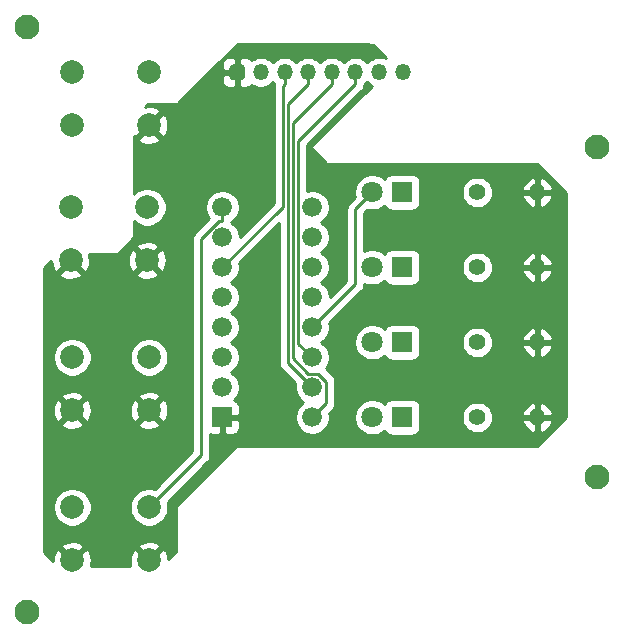
<source format=gbr>
%TF.GenerationSoftware,KiCad,Pcbnew,(5.1.6-0-10_14)*%
%TF.CreationDate,2020-06-28T20:47:41+01:00*%
%TF.ProjectId,mux-control,6d75782d-636f-46e7-9472-6f6c2e6b6963,rev?*%
%TF.SameCoordinates,Original*%
%TF.FileFunction,Copper,L1,Top*%
%TF.FilePolarity,Positive*%
%FSLAX46Y46*%
G04 Gerber Fmt 4.6, Leading zero omitted, Abs format (unit mm)*
G04 Created by KiCad (PCBNEW (5.1.6-0-10_14)) date 2020-06-28 20:47:41*
%MOMM*%
%LPD*%
G01*
G04 APERTURE LIST*
%TA.AperFunction,WasherPad*%
%ADD10C,2.100000*%
%TD*%
%TA.AperFunction,ComponentPad*%
%ADD11C,2.000000*%
%TD*%
%TA.AperFunction,ComponentPad*%
%ADD12O,1.350000X1.350000*%
%TD*%
%TA.AperFunction,ComponentPad*%
%ADD13C,1.800000*%
%TD*%
%TA.AperFunction,ComponentPad*%
%ADD14R,1.800000X1.800000*%
%TD*%
%TA.AperFunction,ComponentPad*%
%ADD15O,1.400000X1.400000*%
%TD*%
%TA.AperFunction,ComponentPad*%
%ADD16C,1.400000*%
%TD*%
%TA.AperFunction,ComponentPad*%
%ADD17C,1.676400*%
%TD*%
%TA.AperFunction,ComponentPad*%
%ADD18R,1.676400X1.676400*%
%TD*%
%TA.AperFunction,Conductor*%
%ADD19C,0.250000*%
%TD*%
%TA.AperFunction,Conductor*%
%ADD20C,0.254000*%
%TD*%
G04 APERTURE END LIST*
D10*
%TO.P,MO3,*%
%TO.N,*%
X170180000Y-72390000D03*
%TD*%
%TO.P,MO4,*%
%TO.N,*%
X170180000Y-100330000D03*
%TD*%
%TO.P,MO2,*%
%TO.N,*%
X121920000Y-111760000D03*
%TD*%
D11*
%TO.P,SW1,1*%
%TO.N,Net-(SW1-Pad1)*%
X132230000Y-66040000D03*
%TO.P,SW1,2*%
%TO.N,Net-(J1-Pad1)*%
X132230000Y-70540000D03*
%TO.P,SW1,1*%
%TO.N,Net-(SW1-Pad1)*%
X125730000Y-66040000D03*
%TO.P,SW1,2*%
%TO.N,Net-(J1-Pad1)*%
X125730000Y-70540000D03*
%TD*%
%TO.P,SW4,1*%
%TO.N,Net-(SW4-Pad1)*%
X132230000Y-102870000D03*
%TO.P,SW4,2*%
%TO.N,Net-(J1-Pad1)*%
X132230000Y-107370000D03*
%TO.P,SW4,1*%
%TO.N,Net-(SW4-Pad1)*%
X125730000Y-102870000D03*
%TO.P,SW4,2*%
%TO.N,Net-(J1-Pad1)*%
X125730000Y-107370000D03*
%TD*%
D12*
%TO.P,J1,8*%
%TO.N,Net-(J1-Pad8)*%
X153700000Y-66040000D03*
%TO.P,J1,7*%
%TO.N,Net-(J1-Pad7)*%
X151700000Y-66040000D03*
%TO.P,J1,6*%
%TO.N,Net-(J1-Pad6)*%
X149700000Y-66040000D03*
%TO.P,J1,5*%
%TO.N,Net-(J1-Pad5)*%
X147700000Y-66040000D03*
%TO.P,J1,4*%
%TO.N,Net-(J1-Pad4)*%
X145700000Y-66040000D03*
%TO.P,J1,3*%
%TO.N,Net-(J1-Pad3)*%
X143700000Y-66040000D03*
%TO.P,J1,~E*%
%TO.N,Net-(J1-Pad2)*%
X141700000Y-66040000D03*
%TO.P,J1,GND*%
%TO.N,Net-(J1-Pad1)*%
%TA.AperFunction,ComponentPad*%
G36*
G01*
X140037500Y-66715000D02*
X139362500Y-66715000D01*
G75*
G02*
X139025000Y-66377500I0J337500D01*
G01*
X139025000Y-65702500D01*
G75*
G02*
X139362500Y-65365000I337500J0D01*
G01*
X140037500Y-65365000D01*
G75*
G02*
X140375000Y-65702500I0J-337500D01*
G01*
X140375000Y-66377500D01*
G75*
G02*
X140037500Y-66715000I-337500J0D01*
G01*
G37*
%TD.AperFunction*%
%TD*%
D13*
%TO.P,D1,2*%
%TO.N,Net-(D1-Pad2)*%
X151130000Y-76200000D03*
D14*
%TO.P,D1,1*%
%TO.N,Net-(D1-Pad1)*%
X153670000Y-76200000D03*
%TD*%
D13*
%TO.P,D2,2*%
%TO.N,Net-(D2-Pad2)*%
X151130000Y-82550000D03*
D14*
%TO.P,D2,1*%
%TO.N,Net-(D2-Pad1)*%
X153670000Y-82550000D03*
%TD*%
D13*
%TO.P,D3,2*%
%TO.N,Net-(D3-Pad2)*%
X151130000Y-88900000D03*
D14*
%TO.P,D3,1*%
%TO.N,Net-(D3-Pad1)*%
X153670000Y-88900000D03*
%TD*%
D13*
%TO.P,D4,2*%
%TO.N,Net-(D4-Pad2)*%
X151130000Y-95250000D03*
D14*
%TO.P,D4,1*%
%TO.N,Net-(D4-Pad1)*%
X153670000Y-95250000D03*
%TD*%
D15*
%TO.P,R1,2*%
%TO.N,Net-(J1-Pad1)*%
X165100000Y-76200000D03*
D16*
%TO.P,R1,1*%
%TO.N,Net-(D1-Pad1)*%
X160020000Y-76200000D03*
%TD*%
D15*
%TO.P,R2,2*%
%TO.N,Net-(J1-Pad1)*%
X165100000Y-82550000D03*
D16*
%TO.P,R2,1*%
%TO.N,Net-(D2-Pad1)*%
X160020000Y-82550000D03*
%TD*%
D15*
%TO.P,R3,2*%
%TO.N,Net-(J1-Pad1)*%
X165100000Y-88900000D03*
D16*
%TO.P,R3,1*%
%TO.N,Net-(D3-Pad1)*%
X160020000Y-88900000D03*
%TD*%
D15*
%TO.P,R4,2*%
%TO.N,Net-(J1-Pad1)*%
X165100000Y-95250000D03*
D16*
%TO.P,R4,1*%
%TO.N,Net-(D4-Pad1)*%
X160020000Y-95250000D03*
%TD*%
D11*
%TO.P,SW2,1*%
%TO.N,Net-(SW2-Pad1)*%
X132080000Y-77470000D03*
%TO.P,SW2,2*%
%TO.N,Net-(J1-Pad1)*%
X132080000Y-81970000D03*
%TO.P,SW2,1*%
%TO.N,Net-(SW2-Pad1)*%
X125580000Y-77470000D03*
%TO.P,SW2,2*%
%TO.N,Net-(J1-Pad1)*%
X125580000Y-81970000D03*
%TD*%
%TO.P,SW3,1*%
%TO.N,Net-(SW3-Pad1)*%
X132230000Y-90170000D03*
%TO.P,SW3,2*%
%TO.N,Net-(J1-Pad1)*%
X132230000Y-94670000D03*
%TO.P,SW3,1*%
%TO.N,Net-(SW3-Pad1)*%
X125730000Y-90170000D03*
%TO.P,SW3,2*%
%TO.N,Net-(J1-Pad1)*%
X125730000Y-94670000D03*
%TD*%
D17*
%TO.P,U1,16*%
%TO.N,Net-(J1-Pad8)*%
X146050000Y-77470000D03*
%TO.P,U1,15*%
%TO.N,Net-(D2-Pad2)*%
X146050000Y-80010000D03*
%TO.P,U1,14*%
%TO.N,Net-(D3-Pad2)*%
X146050000Y-82550000D03*
%TO.P,U1,13*%
%TO.N,Net-(D4-Pad2)*%
X146050000Y-85090000D03*
%TO.P,U1,12*%
%TO.N,Net-(D1-Pad2)*%
X146050000Y-87630000D03*
%TO.P,U1,11*%
%TO.N,Net-(J1-Pad6)*%
X146050000Y-90170000D03*
%TO.P,U1,10*%
%TO.N,Net-(J1-Pad4)*%
X146050000Y-92710000D03*
%TO.P,U1,9*%
%TO.N,Net-(J1-Pad5)*%
X146050000Y-95250000D03*
D18*
%TO.P,U1,8*%
%TO.N,Net-(J1-Pad1)*%
X138430000Y-95250000D03*
D17*
%TO.P,U1,7*%
%TO.N,Net-(J1-Pad7)*%
X138430000Y-92710000D03*
%TO.P,U1,6*%
%TO.N,Net-(J1-Pad2)*%
X138430000Y-90170000D03*
%TO.P,U1,5*%
%TO.N,Net-(SW3-Pad1)*%
X138430000Y-87630000D03*
%TO.P,U1,4*%
%TO.N,Net-(SW1-Pad1)*%
X138430000Y-85090000D03*
%TO.P,U1,3*%
%TO.N,Net-(J1-Pad3)*%
X138430000Y-82550000D03*
%TO.P,U1,2*%
%TO.N,Net-(SW2-Pad1)*%
X138430000Y-80010000D03*
%TO.P,U1,1*%
%TO.N,Net-(SW4-Pad1)*%
X138430000Y-77470000D03*
%TD*%
D10*
%TO.P,MO1,*%
%TO.N,*%
X121920000Y-62230000D03*
%TD*%
D19*
%TO.N,Net-(D1-Pad2)*%
X149700000Y-77630000D02*
X151130000Y-76200000D01*
X149700000Y-83980000D02*
X149700000Y-77630000D01*
X146050000Y-87630000D02*
X149700000Y-83980000D01*
%TO.N,Net-(J1-Pad3)*%
X143700000Y-66040000D02*
X143700000Y-67040300D01*
X143529200Y-77450800D02*
X138430000Y-82550000D01*
X143529200Y-67211100D02*
X143529200Y-77450800D01*
X143700000Y-67040300D02*
X143529200Y-67211100D01*
%TO.N,Net-(J1-Pad4)*%
X145700000Y-66040000D02*
X145700000Y-67040300D01*
X143979500Y-90639500D02*
X146050000Y-92710000D01*
X143979500Y-68760800D02*
X143979500Y-90639500D01*
X145700000Y-67040300D02*
X143979500Y-68760800D01*
%TO.N,Net-(J1-Pad5)*%
X144429800Y-70310500D02*
X147700000Y-67040300D01*
X144429800Y-90247200D02*
X144429800Y-70310500D01*
X145729100Y-91546500D02*
X144429800Y-90247200D01*
X146571800Y-91546500D02*
X145729100Y-91546500D01*
X147252100Y-92226800D02*
X146571800Y-91546500D01*
X147252100Y-94047900D02*
X147252100Y-92226800D01*
X146050000Y-95250000D02*
X147252100Y-94047900D01*
X147700000Y-66040000D02*
X147700000Y-67040300D01*
%TO.N,Net-(J1-Pad6)*%
X144880200Y-71860100D02*
X149700000Y-67040300D01*
X144880200Y-89000200D02*
X144880200Y-71860100D01*
X146050000Y-90170000D02*
X144880200Y-89000200D01*
X149700000Y-66040000D02*
X149700000Y-67040300D01*
%TO.N,Net-(SW4-Pad1)*%
X138139100Y-78633500D02*
X138430000Y-78633500D01*
X136649700Y-80122900D02*
X138139100Y-78633500D01*
X136649700Y-98450300D02*
X136649700Y-80122900D01*
X132230000Y-102870000D02*
X136649700Y-98450300D01*
X138430000Y-77470000D02*
X138430000Y-78633500D01*
%TD*%
D20*
%TO.N,Net-(J1-Pad1)*%
G36*
X151211838Y-63761444D02*
G01*
X152273000Y-64822606D01*
X152273000Y-64859410D01*
X152082113Y-64780342D01*
X151829024Y-64730000D01*
X151570976Y-64730000D01*
X151317887Y-64780342D01*
X151079482Y-64879093D01*
X150864923Y-65022456D01*
X150700000Y-65187379D01*
X150535077Y-65022456D01*
X150320518Y-64879093D01*
X150082113Y-64780342D01*
X149829024Y-64730000D01*
X149570976Y-64730000D01*
X149317887Y-64780342D01*
X149079482Y-64879093D01*
X148864923Y-65022456D01*
X148700000Y-65187379D01*
X148535077Y-65022456D01*
X148320518Y-64879093D01*
X148082113Y-64780342D01*
X147829024Y-64730000D01*
X147570976Y-64730000D01*
X147317887Y-64780342D01*
X147079482Y-64879093D01*
X146864923Y-65022456D01*
X146700000Y-65187379D01*
X146535077Y-65022456D01*
X146320518Y-64879093D01*
X146082113Y-64780342D01*
X145829024Y-64730000D01*
X145570976Y-64730000D01*
X145317887Y-64780342D01*
X145079482Y-64879093D01*
X144864923Y-65022456D01*
X144700000Y-65187379D01*
X144535077Y-65022456D01*
X144320518Y-64879093D01*
X144082113Y-64780342D01*
X143829024Y-64730000D01*
X143570976Y-64730000D01*
X143317887Y-64780342D01*
X143079482Y-64879093D01*
X142864923Y-65022456D01*
X142700000Y-65187379D01*
X142535077Y-65022456D01*
X142320518Y-64879093D01*
X142082113Y-64780342D01*
X141829024Y-64730000D01*
X141570976Y-64730000D01*
X141317887Y-64780342D01*
X141079482Y-64879093D01*
X140897487Y-65000697D01*
X140826185Y-64913815D01*
X140729494Y-64834463D01*
X140619180Y-64775498D01*
X140499482Y-64739188D01*
X140375000Y-64726928D01*
X139985750Y-64730000D01*
X139827000Y-64888750D01*
X139827000Y-65913000D01*
X139847000Y-65913000D01*
X139847000Y-66167000D01*
X139827000Y-66167000D01*
X139827000Y-67191250D01*
X139985750Y-67350000D01*
X140375000Y-67353072D01*
X140499482Y-67340812D01*
X140619180Y-67304502D01*
X140729494Y-67245537D01*
X140826185Y-67166185D01*
X140897487Y-67079303D01*
X141079482Y-67200907D01*
X141317887Y-67299658D01*
X141570976Y-67350000D01*
X141829024Y-67350000D01*
X142082113Y-67299658D01*
X142320518Y-67200907D01*
X142535077Y-67057544D01*
X142700000Y-66892621D01*
X142800980Y-66993601D01*
X142780197Y-67062115D01*
X142769200Y-67173768D01*
X142769200Y-67173778D01*
X142765524Y-67211100D01*
X142769200Y-67248422D01*
X142769201Y-77135997D01*
X139903200Y-80001999D01*
X139903200Y-79864902D01*
X139846586Y-79580283D01*
X139735533Y-79312178D01*
X139574309Y-79070890D01*
X139369110Y-78865691D01*
X139183053Y-78741371D01*
X139183342Y-78738436D01*
X139369110Y-78614309D01*
X139574309Y-78409110D01*
X139735533Y-78167822D01*
X139846586Y-77899717D01*
X139903200Y-77615098D01*
X139903200Y-77324902D01*
X139846586Y-77040283D01*
X139735533Y-76772178D01*
X139574309Y-76530890D01*
X139369110Y-76325691D01*
X139127822Y-76164467D01*
X138859717Y-76053414D01*
X138575098Y-75996800D01*
X138284902Y-75996800D01*
X138000283Y-76053414D01*
X137732178Y-76164467D01*
X137490890Y-76325691D01*
X137285691Y-76530890D01*
X137124467Y-76772178D01*
X137013414Y-77040283D01*
X136956800Y-77324902D01*
X136956800Y-77615098D01*
X137013414Y-77899717D01*
X137124467Y-78167822D01*
X137285691Y-78409110D01*
X137287190Y-78410609D01*
X136138698Y-79559101D01*
X136109700Y-79582899D01*
X136085902Y-79611897D01*
X136085901Y-79611898D01*
X136014726Y-79698624D01*
X135944154Y-79830654D01*
X135900698Y-79973915D01*
X135886024Y-80122900D01*
X135889701Y-80160233D01*
X135889700Y-98135498D01*
X132721376Y-101303823D01*
X132706912Y-101297832D01*
X132391033Y-101235000D01*
X132068967Y-101235000D01*
X131753088Y-101297832D01*
X131455537Y-101421082D01*
X131187748Y-101600013D01*
X130960013Y-101827748D01*
X130781082Y-102095537D01*
X130657832Y-102393088D01*
X130595000Y-102708967D01*
X130595000Y-103031033D01*
X130657832Y-103346912D01*
X130781082Y-103644463D01*
X130960013Y-103912252D01*
X131187748Y-104139987D01*
X131455537Y-104318918D01*
X131753088Y-104442168D01*
X132068967Y-104505000D01*
X132391033Y-104505000D01*
X132706912Y-104442168D01*
X133004463Y-104318918D01*
X133272252Y-104139987D01*
X133499987Y-103912252D01*
X133678918Y-103644463D01*
X133802168Y-103346912D01*
X133865000Y-103031033D01*
X133865000Y-102708967D01*
X133802168Y-102393088D01*
X133796177Y-102378624D01*
X137160704Y-99014098D01*
X137189701Y-98990301D01*
X137284674Y-98874576D01*
X137355246Y-98742547D01*
X137398703Y-98599286D01*
X137409700Y-98487633D01*
X137409700Y-98487625D01*
X137413376Y-98450300D01*
X137409700Y-98412975D01*
X137409700Y-96696534D01*
X137467318Y-96714012D01*
X137591800Y-96726272D01*
X138144250Y-96723200D01*
X138303000Y-96564450D01*
X138303000Y-95377000D01*
X138557000Y-95377000D01*
X138557000Y-96564450D01*
X138715750Y-96723200D01*
X139268200Y-96726272D01*
X139392682Y-96714012D01*
X139512380Y-96677702D01*
X139622694Y-96618737D01*
X139719385Y-96539385D01*
X139798737Y-96442694D01*
X139857702Y-96332380D01*
X139894012Y-96212682D01*
X139906272Y-96088200D01*
X139903200Y-95535750D01*
X139744450Y-95377000D01*
X138557000Y-95377000D01*
X138303000Y-95377000D01*
X138283000Y-95377000D01*
X138283000Y-95123000D01*
X138303000Y-95123000D01*
X138303000Y-95103000D01*
X138557000Y-95103000D01*
X138557000Y-95123000D01*
X139744450Y-95123000D01*
X139903200Y-94964250D01*
X139906272Y-94411800D01*
X139894012Y-94287318D01*
X139857702Y-94167620D01*
X139798737Y-94057306D01*
X139719385Y-93960615D01*
X139622694Y-93881263D01*
X139512380Y-93822298D01*
X139427016Y-93796403D01*
X139574309Y-93649110D01*
X139735533Y-93407822D01*
X139846586Y-93139717D01*
X139903200Y-92855098D01*
X139903200Y-92564902D01*
X139846586Y-92280283D01*
X139735533Y-92012178D01*
X139574309Y-91770890D01*
X139369110Y-91565691D01*
X139181001Y-91440000D01*
X139369110Y-91314309D01*
X139574309Y-91109110D01*
X139735533Y-90867822D01*
X139846586Y-90599717D01*
X139903200Y-90315098D01*
X139903200Y-90024902D01*
X139846586Y-89740283D01*
X139735533Y-89472178D01*
X139574309Y-89230890D01*
X139369110Y-89025691D01*
X139181001Y-88900000D01*
X139369110Y-88774309D01*
X139574309Y-88569110D01*
X139735533Y-88327822D01*
X139846586Y-88059717D01*
X139903200Y-87775098D01*
X139903200Y-87484902D01*
X139846586Y-87200283D01*
X139735533Y-86932178D01*
X139574309Y-86690890D01*
X139369110Y-86485691D01*
X139181001Y-86360000D01*
X139369110Y-86234309D01*
X139574309Y-86029110D01*
X139735533Y-85787822D01*
X139846586Y-85519717D01*
X139903200Y-85235098D01*
X139903200Y-84944902D01*
X139846586Y-84660283D01*
X139735533Y-84392178D01*
X139574309Y-84150890D01*
X139369110Y-83945691D01*
X139181001Y-83820000D01*
X139369110Y-83694309D01*
X139574309Y-83489110D01*
X139735533Y-83247822D01*
X139846586Y-82979717D01*
X139903200Y-82695098D01*
X139903200Y-82404902D01*
X139861175Y-82193626D01*
X143219500Y-78835301D01*
X143219501Y-90602167D01*
X143215824Y-90639500D01*
X143219501Y-90676833D01*
X143230498Y-90788486D01*
X143243680Y-90831942D01*
X143273954Y-90931746D01*
X143344526Y-91063776D01*
X143392494Y-91122224D01*
X143439500Y-91179501D01*
X143468498Y-91203299D01*
X144618825Y-92353627D01*
X144576800Y-92564902D01*
X144576800Y-92855098D01*
X144633414Y-93139717D01*
X144744467Y-93407822D01*
X144905691Y-93649110D01*
X145110890Y-93854309D01*
X145298999Y-93980000D01*
X145110890Y-94105691D01*
X144905691Y-94310890D01*
X144744467Y-94552178D01*
X144633414Y-94820283D01*
X144576800Y-95104902D01*
X144576800Y-95395098D01*
X144633414Y-95679717D01*
X144744467Y-95947822D01*
X144905691Y-96189110D01*
X145110890Y-96394309D01*
X145352178Y-96555533D01*
X145620283Y-96666586D01*
X145904902Y-96723200D01*
X146195098Y-96723200D01*
X146479717Y-96666586D01*
X146747822Y-96555533D01*
X146989110Y-96394309D01*
X147194309Y-96189110D01*
X147355533Y-95947822D01*
X147466586Y-95679717D01*
X147523200Y-95395098D01*
X147523200Y-95104902D01*
X147521990Y-95098816D01*
X149595000Y-95098816D01*
X149595000Y-95401184D01*
X149653989Y-95697743D01*
X149769701Y-95977095D01*
X149937688Y-96228505D01*
X150151495Y-96442312D01*
X150402905Y-96610299D01*
X150682257Y-96726011D01*
X150978816Y-96785000D01*
X151281184Y-96785000D01*
X151577743Y-96726011D01*
X151857095Y-96610299D01*
X152108505Y-96442312D01*
X152174944Y-96375873D01*
X152180498Y-96394180D01*
X152239463Y-96504494D01*
X152318815Y-96601185D01*
X152415506Y-96680537D01*
X152525820Y-96739502D01*
X152645518Y-96775812D01*
X152770000Y-96788072D01*
X154570000Y-96788072D01*
X154694482Y-96775812D01*
X154814180Y-96739502D01*
X154924494Y-96680537D01*
X155021185Y-96601185D01*
X155100537Y-96504494D01*
X155159502Y-96394180D01*
X155195812Y-96274482D01*
X155208072Y-96150000D01*
X155208072Y-95118514D01*
X158685000Y-95118514D01*
X158685000Y-95381486D01*
X158736304Y-95639405D01*
X158836939Y-95882359D01*
X158983038Y-96101013D01*
X159168987Y-96286962D01*
X159387641Y-96433061D01*
X159630595Y-96533696D01*
X159888514Y-96585000D01*
X160151486Y-96585000D01*
X160409405Y-96533696D01*
X160652359Y-96433061D01*
X160871013Y-96286962D01*
X161056962Y-96101013D01*
X161203061Y-95882359D01*
X161303696Y-95639405D01*
X161314850Y-95583329D01*
X163807284Y-95583329D01*
X163839953Y-95691044D01*
X163950208Y-95928392D01*
X164104649Y-96139670D01*
X164297340Y-96316759D01*
X164520877Y-96452853D01*
X164766670Y-96542722D01*
X164973000Y-96420201D01*
X164973000Y-95377000D01*
X165227000Y-95377000D01*
X165227000Y-96420201D01*
X165433330Y-96542722D01*
X165679123Y-96452853D01*
X165902660Y-96316759D01*
X166095351Y-96139670D01*
X166249792Y-95928392D01*
X166360047Y-95691044D01*
X166392716Y-95583329D01*
X166269374Y-95377000D01*
X165227000Y-95377000D01*
X164973000Y-95377000D01*
X163930626Y-95377000D01*
X163807284Y-95583329D01*
X161314850Y-95583329D01*
X161355000Y-95381486D01*
X161355000Y-95118514D01*
X161314851Y-94916671D01*
X163807284Y-94916671D01*
X163930626Y-95123000D01*
X164973000Y-95123000D01*
X164973000Y-94079799D01*
X165227000Y-94079799D01*
X165227000Y-95123000D01*
X166269374Y-95123000D01*
X166392716Y-94916671D01*
X166360047Y-94808956D01*
X166249792Y-94571608D01*
X166095351Y-94360330D01*
X165902660Y-94183241D01*
X165679123Y-94047147D01*
X165433330Y-93957278D01*
X165227000Y-94079799D01*
X164973000Y-94079799D01*
X164766670Y-93957278D01*
X164520877Y-94047147D01*
X164297340Y-94183241D01*
X164104649Y-94360330D01*
X163950208Y-94571608D01*
X163839953Y-94808956D01*
X163807284Y-94916671D01*
X161314851Y-94916671D01*
X161303696Y-94860595D01*
X161203061Y-94617641D01*
X161056962Y-94398987D01*
X160871013Y-94213038D01*
X160652359Y-94066939D01*
X160409405Y-93966304D01*
X160151486Y-93915000D01*
X159888514Y-93915000D01*
X159630595Y-93966304D01*
X159387641Y-94066939D01*
X159168987Y-94213038D01*
X158983038Y-94398987D01*
X158836939Y-94617641D01*
X158736304Y-94860595D01*
X158685000Y-95118514D01*
X155208072Y-95118514D01*
X155208072Y-94350000D01*
X155195812Y-94225518D01*
X155159502Y-94105820D01*
X155100537Y-93995506D01*
X155021185Y-93898815D01*
X154924494Y-93819463D01*
X154814180Y-93760498D01*
X154694482Y-93724188D01*
X154570000Y-93711928D01*
X152770000Y-93711928D01*
X152645518Y-93724188D01*
X152525820Y-93760498D01*
X152415506Y-93819463D01*
X152318815Y-93898815D01*
X152239463Y-93995506D01*
X152180498Y-94105820D01*
X152174944Y-94124127D01*
X152108505Y-94057688D01*
X151857095Y-93889701D01*
X151577743Y-93773989D01*
X151281184Y-93715000D01*
X150978816Y-93715000D01*
X150682257Y-93773989D01*
X150402905Y-93889701D01*
X150151495Y-94057688D01*
X149937688Y-94271495D01*
X149769701Y-94522905D01*
X149653989Y-94802257D01*
X149595000Y-95098816D01*
X147521990Y-95098816D01*
X147481175Y-94893627D01*
X147763104Y-94611698D01*
X147792101Y-94587901D01*
X147845442Y-94522905D01*
X147887074Y-94472177D01*
X147957646Y-94340147D01*
X147978471Y-94271495D01*
X148001103Y-94196886D01*
X148012100Y-94085233D01*
X148012100Y-94085224D01*
X148015776Y-94047901D01*
X148012100Y-94010578D01*
X148012100Y-92264122D01*
X148015776Y-92226799D01*
X148012100Y-92189476D01*
X148012100Y-92189467D01*
X148001103Y-92077814D01*
X147957646Y-91934553D01*
X147887074Y-91802524D01*
X147861113Y-91770890D01*
X147815899Y-91715796D01*
X147815895Y-91715792D01*
X147792101Y-91686799D01*
X147763108Y-91663005D01*
X147200278Y-91100177D01*
X147355533Y-90867822D01*
X147466586Y-90599717D01*
X147523200Y-90315098D01*
X147523200Y-90024902D01*
X147466586Y-89740283D01*
X147355533Y-89472178D01*
X147194309Y-89230890D01*
X146989110Y-89025691D01*
X146801001Y-88900000D01*
X146989110Y-88774309D01*
X147014603Y-88748816D01*
X149595000Y-88748816D01*
X149595000Y-89051184D01*
X149653989Y-89347743D01*
X149769701Y-89627095D01*
X149937688Y-89878505D01*
X150151495Y-90092312D01*
X150402905Y-90260299D01*
X150682257Y-90376011D01*
X150978816Y-90435000D01*
X151281184Y-90435000D01*
X151577743Y-90376011D01*
X151857095Y-90260299D01*
X152108505Y-90092312D01*
X152174944Y-90025873D01*
X152180498Y-90044180D01*
X152239463Y-90154494D01*
X152318815Y-90251185D01*
X152415506Y-90330537D01*
X152525820Y-90389502D01*
X152645518Y-90425812D01*
X152770000Y-90438072D01*
X154570000Y-90438072D01*
X154694482Y-90425812D01*
X154814180Y-90389502D01*
X154924494Y-90330537D01*
X155021185Y-90251185D01*
X155100537Y-90154494D01*
X155159502Y-90044180D01*
X155195812Y-89924482D01*
X155208072Y-89800000D01*
X155208072Y-88768514D01*
X158685000Y-88768514D01*
X158685000Y-89031486D01*
X158736304Y-89289405D01*
X158836939Y-89532359D01*
X158983038Y-89751013D01*
X159168987Y-89936962D01*
X159387641Y-90083061D01*
X159630595Y-90183696D01*
X159888514Y-90235000D01*
X160151486Y-90235000D01*
X160409405Y-90183696D01*
X160652359Y-90083061D01*
X160871013Y-89936962D01*
X161056962Y-89751013D01*
X161203061Y-89532359D01*
X161303696Y-89289405D01*
X161314850Y-89233329D01*
X163807284Y-89233329D01*
X163839953Y-89341044D01*
X163950208Y-89578392D01*
X164104649Y-89789670D01*
X164297340Y-89966759D01*
X164520877Y-90102853D01*
X164766670Y-90192722D01*
X164973000Y-90070201D01*
X164973000Y-89027000D01*
X165227000Y-89027000D01*
X165227000Y-90070201D01*
X165433330Y-90192722D01*
X165679123Y-90102853D01*
X165902660Y-89966759D01*
X166095351Y-89789670D01*
X166249792Y-89578392D01*
X166360047Y-89341044D01*
X166392716Y-89233329D01*
X166269374Y-89027000D01*
X165227000Y-89027000D01*
X164973000Y-89027000D01*
X163930626Y-89027000D01*
X163807284Y-89233329D01*
X161314850Y-89233329D01*
X161355000Y-89031486D01*
X161355000Y-88768514D01*
X161314851Y-88566671D01*
X163807284Y-88566671D01*
X163930626Y-88773000D01*
X164973000Y-88773000D01*
X164973000Y-87729799D01*
X165227000Y-87729799D01*
X165227000Y-88773000D01*
X166269374Y-88773000D01*
X166392716Y-88566671D01*
X166360047Y-88458956D01*
X166249792Y-88221608D01*
X166095351Y-88010330D01*
X165902660Y-87833241D01*
X165679123Y-87697147D01*
X165433330Y-87607278D01*
X165227000Y-87729799D01*
X164973000Y-87729799D01*
X164766670Y-87607278D01*
X164520877Y-87697147D01*
X164297340Y-87833241D01*
X164104649Y-88010330D01*
X163950208Y-88221608D01*
X163839953Y-88458956D01*
X163807284Y-88566671D01*
X161314851Y-88566671D01*
X161303696Y-88510595D01*
X161203061Y-88267641D01*
X161056962Y-88048987D01*
X160871013Y-87863038D01*
X160652359Y-87716939D01*
X160409405Y-87616304D01*
X160151486Y-87565000D01*
X159888514Y-87565000D01*
X159630595Y-87616304D01*
X159387641Y-87716939D01*
X159168987Y-87863038D01*
X158983038Y-88048987D01*
X158836939Y-88267641D01*
X158736304Y-88510595D01*
X158685000Y-88768514D01*
X155208072Y-88768514D01*
X155208072Y-88000000D01*
X155195812Y-87875518D01*
X155159502Y-87755820D01*
X155100537Y-87645506D01*
X155021185Y-87548815D01*
X154924494Y-87469463D01*
X154814180Y-87410498D01*
X154694482Y-87374188D01*
X154570000Y-87361928D01*
X152770000Y-87361928D01*
X152645518Y-87374188D01*
X152525820Y-87410498D01*
X152415506Y-87469463D01*
X152318815Y-87548815D01*
X152239463Y-87645506D01*
X152180498Y-87755820D01*
X152174944Y-87774127D01*
X152108505Y-87707688D01*
X151857095Y-87539701D01*
X151577743Y-87423989D01*
X151281184Y-87365000D01*
X150978816Y-87365000D01*
X150682257Y-87423989D01*
X150402905Y-87539701D01*
X150151495Y-87707688D01*
X149937688Y-87921495D01*
X149769701Y-88172905D01*
X149653989Y-88452257D01*
X149595000Y-88748816D01*
X147014603Y-88748816D01*
X147194309Y-88569110D01*
X147355533Y-88327822D01*
X147466586Y-88059717D01*
X147523200Y-87775098D01*
X147523200Y-87484902D01*
X147481175Y-87273626D01*
X150211004Y-84543798D01*
X150240001Y-84520001D01*
X150334974Y-84404276D01*
X150405546Y-84272247D01*
X150449003Y-84128986D01*
X150460000Y-84017333D01*
X150460000Y-84017332D01*
X150463677Y-83980000D01*
X150460000Y-83942667D01*
X150460000Y-83933949D01*
X150682257Y-84026011D01*
X150978816Y-84085000D01*
X151281184Y-84085000D01*
X151577743Y-84026011D01*
X151857095Y-83910299D01*
X152108505Y-83742312D01*
X152174944Y-83675873D01*
X152180498Y-83694180D01*
X152239463Y-83804494D01*
X152318815Y-83901185D01*
X152415506Y-83980537D01*
X152525820Y-84039502D01*
X152645518Y-84075812D01*
X152770000Y-84088072D01*
X154570000Y-84088072D01*
X154694482Y-84075812D01*
X154814180Y-84039502D01*
X154924494Y-83980537D01*
X155021185Y-83901185D01*
X155100537Y-83804494D01*
X155159502Y-83694180D01*
X155195812Y-83574482D01*
X155208072Y-83450000D01*
X155208072Y-82418514D01*
X158685000Y-82418514D01*
X158685000Y-82681486D01*
X158736304Y-82939405D01*
X158836939Y-83182359D01*
X158983038Y-83401013D01*
X159168987Y-83586962D01*
X159387641Y-83733061D01*
X159630595Y-83833696D01*
X159888514Y-83885000D01*
X160151486Y-83885000D01*
X160409405Y-83833696D01*
X160652359Y-83733061D01*
X160871013Y-83586962D01*
X161056962Y-83401013D01*
X161203061Y-83182359D01*
X161303696Y-82939405D01*
X161314850Y-82883329D01*
X163807284Y-82883329D01*
X163839953Y-82991044D01*
X163950208Y-83228392D01*
X164104649Y-83439670D01*
X164297340Y-83616759D01*
X164520877Y-83752853D01*
X164766670Y-83842722D01*
X164973000Y-83720201D01*
X164973000Y-82677000D01*
X165227000Y-82677000D01*
X165227000Y-83720201D01*
X165433330Y-83842722D01*
X165679123Y-83752853D01*
X165902660Y-83616759D01*
X166095351Y-83439670D01*
X166249792Y-83228392D01*
X166360047Y-82991044D01*
X166392716Y-82883329D01*
X166269374Y-82677000D01*
X165227000Y-82677000D01*
X164973000Y-82677000D01*
X163930626Y-82677000D01*
X163807284Y-82883329D01*
X161314850Y-82883329D01*
X161355000Y-82681486D01*
X161355000Y-82418514D01*
X161314851Y-82216671D01*
X163807284Y-82216671D01*
X163930626Y-82423000D01*
X164973000Y-82423000D01*
X164973000Y-81379799D01*
X165227000Y-81379799D01*
X165227000Y-82423000D01*
X166269374Y-82423000D01*
X166392716Y-82216671D01*
X166360047Y-82108956D01*
X166249792Y-81871608D01*
X166095351Y-81660330D01*
X165902660Y-81483241D01*
X165679123Y-81347147D01*
X165433330Y-81257278D01*
X165227000Y-81379799D01*
X164973000Y-81379799D01*
X164766670Y-81257278D01*
X164520877Y-81347147D01*
X164297340Y-81483241D01*
X164104649Y-81660330D01*
X163950208Y-81871608D01*
X163839953Y-82108956D01*
X163807284Y-82216671D01*
X161314851Y-82216671D01*
X161303696Y-82160595D01*
X161203061Y-81917641D01*
X161056962Y-81698987D01*
X160871013Y-81513038D01*
X160652359Y-81366939D01*
X160409405Y-81266304D01*
X160151486Y-81215000D01*
X159888514Y-81215000D01*
X159630595Y-81266304D01*
X159387641Y-81366939D01*
X159168987Y-81513038D01*
X158983038Y-81698987D01*
X158836939Y-81917641D01*
X158736304Y-82160595D01*
X158685000Y-82418514D01*
X155208072Y-82418514D01*
X155208072Y-81650000D01*
X155195812Y-81525518D01*
X155159502Y-81405820D01*
X155100537Y-81295506D01*
X155021185Y-81198815D01*
X154924494Y-81119463D01*
X154814180Y-81060498D01*
X154694482Y-81024188D01*
X154570000Y-81011928D01*
X152770000Y-81011928D01*
X152645518Y-81024188D01*
X152525820Y-81060498D01*
X152415506Y-81119463D01*
X152318815Y-81198815D01*
X152239463Y-81295506D01*
X152180498Y-81405820D01*
X152174944Y-81424127D01*
X152108505Y-81357688D01*
X151857095Y-81189701D01*
X151577743Y-81073989D01*
X151281184Y-81015000D01*
X150978816Y-81015000D01*
X150682257Y-81073989D01*
X150460000Y-81166051D01*
X150460000Y-77944801D01*
X150721070Y-77683731D01*
X150978816Y-77735000D01*
X151281184Y-77735000D01*
X151577743Y-77676011D01*
X151857095Y-77560299D01*
X152108505Y-77392312D01*
X152174944Y-77325873D01*
X152180498Y-77344180D01*
X152239463Y-77454494D01*
X152318815Y-77551185D01*
X152415506Y-77630537D01*
X152525820Y-77689502D01*
X152645518Y-77725812D01*
X152770000Y-77738072D01*
X154570000Y-77738072D01*
X154694482Y-77725812D01*
X154814180Y-77689502D01*
X154924494Y-77630537D01*
X155021185Y-77551185D01*
X155100537Y-77454494D01*
X155159502Y-77344180D01*
X155195812Y-77224482D01*
X155208072Y-77100000D01*
X155208072Y-76068514D01*
X158685000Y-76068514D01*
X158685000Y-76331486D01*
X158736304Y-76589405D01*
X158836939Y-76832359D01*
X158983038Y-77051013D01*
X159168987Y-77236962D01*
X159387641Y-77383061D01*
X159630595Y-77483696D01*
X159888514Y-77535000D01*
X160151486Y-77535000D01*
X160409405Y-77483696D01*
X160652359Y-77383061D01*
X160871013Y-77236962D01*
X161056962Y-77051013D01*
X161203061Y-76832359D01*
X161303696Y-76589405D01*
X161314850Y-76533329D01*
X163807284Y-76533329D01*
X163839953Y-76641044D01*
X163950208Y-76878392D01*
X164104649Y-77089670D01*
X164297340Y-77266759D01*
X164520877Y-77402853D01*
X164766670Y-77492722D01*
X164973000Y-77370201D01*
X164973000Y-76327000D01*
X165227000Y-76327000D01*
X165227000Y-77370201D01*
X165433330Y-77492722D01*
X165679123Y-77402853D01*
X165902660Y-77266759D01*
X166095351Y-77089670D01*
X166249792Y-76878392D01*
X166360047Y-76641044D01*
X166392716Y-76533329D01*
X166269374Y-76327000D01*
X165227000Y-76327000D01*
X164973000Y-76327000D01*
X163930626Y-76327000D01*
X163807284Y-76533329D01*
X161314850Y-76533329D01*
X161355000Y-76331486D01*
X161355000Y-76068514D01*
X161314851Y-75866671D01*
X163807284Y-75866671D01*
X163930626Y-76073000D01*
X164973000Y-76073000D01*
X164973000Y-75029799D01*
X165227000Y-75029799D01*
X165227000Y-76073000D01*
X166269374Y-76073000D01*
X166392716Y-75866671D01*
X166360047Y-75758956D01*
X166249792Y-75521608D01*
X166095351Y-75310330D01*
X165902660Y-75133241D01*
X165679123Y-74997147D01*
X165433330Y-74907278D01*
X165227000Y-75029799D01*
X164973000Y-75029799D01*
X164766670Y-74907278D01*
X164520877Y-74997147D01*
X164297340Y-75133241D01*
X164104649Y-75310330D01*
X163950208Y-75521608D01*
X163839953Y-75758956D01*
X163807284Y-75866671D01*
X161314851Y-75866671D01*
X161303696Y-75810595D01*
X161203061Y-75567641D01*
X161056962Y-75348987D01*
X160871013Y-75163038D01*
X160652359Y-75016939D01*
X160409405Y-74916304D01*
X160151486Y-74865000D01*
X159888514Y-74865000D01*
X159630595Y-74916304D01*
X159387641Y-75016939D01*
X159168987Y-75163038D01*
X158983038Y-75348987D01*
X158836939Y-75567641D01*
X158736304Y-75810595D01*
X158685000Y-76068514D01*
X155208072Y-76068514D01*
X155208072Y-75300000D01*
X155195812Y-75175518D01*
X155159502Y-75055820D01*
X155100537Y-74945506D01*
X155021185Y-74848815D01*
X154924494Y-74769463D01*
X154814180Y-74710498D01*
X154694482Y-74674188D01*
X154570000Y-74661928D01*
X152770000Y-74661928D01*
X152645518Y-74674188D01*
X152525820Y-74710498D01*
X152415506Y-74769463D01*
X152318815Y-74848815D01*
X152239463Y-74945506D01*
X152180498Y-75055820D01*
X152174944Y-75074127D01*
X152108505Y-75007688D01*
X151857095Y-74839701D01*
X151577743Y-74723989D01*
X151281184Y-74665000D01*
X150978816Y-74665000D01*
X150682257Y-74723989D01*
X150402905Y-74839701D01*
X150151495Y-75007688D01*
X149937688Y-75221495D01*
X149769701Y-75472905D01*
X149653989Y-75752257D01*
X149595000Y-76048816D01*
X149595000Y-76351184D01*
X149646269Y-76608930D01*
X149188998Y-77066201D01*
X149160000Y-77089999D01*
X149136202Y-77118997D01*
X149136201Y-77118998D01*
X149065026Y-77205724D01*
X148994454Y-77337754D01*
X148950998Y-77481015D01*
X148936324Y-77630000D01*
X148940001Y-77667332D01*
X148940000Y-83665198D01*
X147523200Y-85081998D01*
X147523200Y-84944902D01*
X147466586Y-84660283D01*
X147355533Y-84392178D01*
X147194309Y-84150890D01*
X146989110Y-83945691D01*
X146801001Y-83820000D01*
X146989110Y-83694309D01*
X147194309Y-83489110D01*
X147355533Y-83247822D01*
X147466586Y-82979717D01*
X147523200Y-82695098D01*
X147523200Y-82404902D01*
X147466586Y-82120283D01*
X147355533Y-81852178D01*
X147194309Y-81610890D01*
X146989110Y-81405691D01*
X146801001Y-81280000D01*
X146989110Y-81154309D01*
X147194309Y-80949110D01*
X147355533Y-80707822D01*
X147466586Y-80439717D01*
X147523200Y-80155098D01*
X147523200Y-79864902D01*
X147466586Y-79580283D01*
X147355533Y-79312178D01*
X147194309Y-79070890D01*
X146989110Y-78865691D01*
X146801001Y-78740000D01*
X146989110Y-78614309D01*
X147194309Y-78409110D01*
X147355533Y-78167822D01*
X147466586Y-77899717D01*
X147523200Y-77615098D01*
X147523200Y-77324902D01*
X147466586Y-77040283D01*
X147355533Y-76772178D01*
X147194309Y-76530890D01*
X146989110Y-76325691D01*
X146747822Y-76164467D01*
X146479717Y-76053414D01*
X146195098Y-75996800D01*
X145904902Y-75996800D01*
X145640200Y-76049452D01*
X145640200Y-72174901D01*
X150211003Y-67604099D01*
X150240001Y-67580301D01*
X150334974Y-67464576D01*
X150405546Y-67332547D01*
X150449003Y-67189286D01*
X150456829Y-67109827D01*
X150535077Y-67057544D01*
X150700000Y-66892621D01*
X150864923Y-67057544D01*
X151067496Y-67192898D01*
X145960197Y-72300197D01*
X145944403Y-72319443D01*
X145932667Y-72341399D01*
X145925440Y-72365224D01*
X145923000Y-72390000D01*
X145925440Y-72414776D01*
X145932667Y-72438601D01*
X145944403Y-72460557D01*
X145960197Y-72479803D01*
X147230197Y-73749803D01*
X147249443Y-73765597D01*
X147271399Y-73777333D01*
X147295224Y-73784560D01*
X147320000Y-73787000D01*
X165047394Y-73787000D01*
X167513000Y-76252606D01*
X167513000Y-95197394D01*
X165047394Y-97663000D01*
X139700000Y-97663000D01*
X139675224Y-97665440D01*
X139651399Y-97672667D01*
X139629443Y-97684403D01*
X139610197Y-97700197D01*
X134530197Y-102780197D01*
X134514403Y-102799443D01*
X134502667Y-102821399D01*
X134495440Y-102845224D01*
X134493000Y-102870000D01*
X134493000Y-106627394D01*
X133864635Y-107255759D01*
X133827961Y-106988325D01*
X133722795Y-106683912D01*
X133629814Y-106509956D01*
X133365413Y-106414192D01*
X132409605Y-107370000D01*
X132423748Y-107384143D01*
X132244143Y-107563748D01*
X132230000Y-107549605D01*
X132215858Y-107563748D01*
X132036253Y-107384143D01*
X132050395Y-107370000D01*
X131094587Y-106414192D01*
X130830186Y-106509956D01*
X130689296Y-106799571D01*
X130607616Y-107111108D01*
X130588282Y-107432595D01*
X130632039Y-107751675D01*
X130656680Y-107823000D01*
X127301492Y-107823000D01*
X127352384Y-107628892D01*
X127371718Y-107307405D01*
X127327961Y-106988325D01*
X127222795Y-106683912D01*
X127129814Y-106509956D01*
X126865413Y-106414192D01*
X125909605Y-107370000D01*
X125923748Y-107384143D01*
X125744143Y-107563748D01*
X125730000Y-107549605D01*
X125715858Y-107563748D01*
X125536253Y-107384143D01*
X125550395Y-107370000D01*
X124594587Y-106414192D01*
X124330186Y-106509956D01*
X124189296Y-106799571D01*
X124107616Y-107111108D01*
X124090206Y-107400600D01*
X123317000Y-106627394D01*
X123317000Y-106234587D01*
X124774192Y-106234587D01*
X125730000Y-107190395D01*
X126685808Y-106234587D01*
X131274192Y-106234587D01*
X132230000Y-107190395D01*
X133185808Y-106234587D01*
X133090044Y-105970186D01*
X132800429Y-105829296D01*
X132488892Y-105747616D01*
X132167405Y-105728282D01*
X131848325Y-105772039D01*
X131543912Y-105877205D01*
X131369956Y-105970186D01*
X131274192Y-106234587D01*
X126685808Y-106234587D01*
X126590044Y-105970186D01*
X126300429Y-105829296D01*
X125988892Y-105747616D01*
X125667405Y-105728282D01*
X125348325Y-105772039D01*
X125043912Y-105877205D01*
X124869956Y-105970186D01*
X124774192Y-106234587D01*
X123317000Y-106234587D01*
X123317000Y-102708967D01*
X124095000Y-102708967D01*
X124095000Y-103031033D01*
X124157832Y-103346912D01*
X124281082Y-103644463D01*
X124460013Y-103912252D01*
X124687748Y-104139987D01*
X124955537Y-104318918D01*
X125253088Y-104442168D01*
X125568967Y-104505000D01*
X125891033Y-104505000D01*
X126206912Y-104442168D01*
X126504463Y-104318918D01*
X126772252Y-104139987D01*
X126999987Y-103912252D01*
X127178918Y-103644463D01*
X127302168Y-103346912D01*
X127365000Y-103031033D01*
X127365000Y-102708967D01*
X127302168Y-102393088D01*
X127178918Y-102095537D01*
X126999987Y-101827748D01*
X126772252Y-101600013D01*
X126504463Y-101421082D01*
X126206912Y-101297832D01*
X125891033Y-101235000D01*
X125568967Y-101235000D01*
X125253088Y-101297832D01*
X124955537Y-101421082D01*
X124687748Y-101600013D01*
X124460013Y-101827748D01*
X124281082Y-102095537D01*
X124157832Y-102393088D01*
X124095000Y-102708967D01*
X123317000Y-102708967D01*
X123317000Y-95805413D01*
X124774192Y-95805413D01*
X124869956Y-96069814D01*
X125159571Y-96210704D01*
X125471108Y-96292384D01*
X125792595Y-96311718D01*
X126111675Y-96267961D01*
X126416088Y-96162795D01*
X126590044Y-96069814D01*
X126685808Y-95805413D01*
X131274192Y-95805413D01*
X131369956Y-96069814D01*
X131659571Y-96210704D01*
X131971108Y-96292384D01*
X132292595Y-96311718D01*
X132611675Y-96267961D01*
X132916088Y-96162795D01*
X133090044Y-96069814D01*
X133185808Y-95805413D01*
X132230000Y-94849605D01*
X131274192Y-95805413D01*
X126685808Y-95805413D01*
X125730000Y-94849605D01*
X124774192Y-95805413D01*
X123317000Y-95805413D01*
X123317000Y-94732595D01*
X124088282Y-94732595D01*
X124132039Y-95051675D01*
X124237205Y-95356088D01*
X124330186Y-95530044D01*
X124594587Y-95625808D01*
X125550395Y-94670000D01*
X125909605Y-94670000D01*
X126865413Y-95625808D01*
X127129814Y-95530044D01*
X127270704Y-95240429D01*
X127352384Y-94928892D01*
X127364189Y-94732595D01*
X130588282Y-94732595D01*
X130632039Y-95051675D01*
X130737205Y-95356088D01*
X130830186Y-95530044D01*
X131094587Y-95625808D01*
X132050395Y-94670000D01*
X132409605Y-94670000D01*
X133365413Y-95625808D01*
X133629814Y-95530044D01*
X133770704Y-95240429D01*
X133852384Y-94928892D01*
X133871718Y-94607405D01*
X133827961Y-94288325D01*
X133722795Y-93983912D01*
X133629814Y-93809956D01*
X133365413Y-93714192D01*
X132409605Y-94670000D01*
X132050395Y-94670000D01*
X131094587Y-93714192D01*
X130830186Y-93809956D01*
X130689296Y-94099571D01*
X130607616Y-94411108D01*
X130588282Y-94732595D01*
X127364189Y-94732595D01*
X127371718Y-94607405D01*
X127327961Y-94288325D01*
X127222795Y-93983912D01*
X127129814Y-93809956D01*
X126865413Y-93714192D01*
X125909605Y-94670000D01*
X125550395Y-94670000D01*
X124594587Y-93714192D01*
X124330186Y-93809956D01*
X124189296Y-94099571D01*
X124107616Y-94411108D01*
X124088282Y-94732595D01*
X123317000Y-94732595D01*
X123317000Y-93534587D01*
X124774192Y-93534587D01*
X125730000Y-94490395D01*
X126685808Y-93534587D01*
X131274192Y-93534587D01*
X132230000Y-94490395D01*
X133185808Y-93534587D01*
X133090044Y-93270186D01*
X132800429Y-93129296D01*
X132488892Y-93047616D01*
X132167405Y-93028282D01*
X131848325Y-93072039D01*
X131543912Y-93177205D01*
X131369956Y-93270186D01*
X131274192Y-93534587D01*
X126685808Y-93534587D01*
X126590044Y-93270186D01*
X126300429Y-93129296D01*
X125988892Y-93047616D01*
X125667405Y-93028282D01*
X125348325Y-93072039D01*
X125043912Y-93177205D01*
X124869956Y-93270186D01*
X124774192Y-93534587D01*
X123317000Y-93534587D01*
X123317000Y-90008967D01*
X124095000Y-90008967D01*
X124095000Y-90331033D01*
X124157832Y-90646912D01*
X124281082Y-90944463D01*
X124460013Y-91212252D01*
X124687748Y-91439987D01*
X124955537Y-91618918D01*
X125253088Y-91742168D01*
X125568967Y-91805000D01*
X125891033Y-91805000D01*
X126206912Y-91742168D01*
X126504463Y-91618918D01*
X126772252Y-91439987D01*
X126999987Y-91212252D01*
X127178918Y-90944463D01*
X127302168Y-90646912D01*
X127365000Y-90331033D01*
X127365000Y-90008967D01*
X130595000Y-90008967D01*
X130595000Y-90331033D01*
X130657832Y-90646912D01*
X130781082Y-90944463D01*
X130960013Y-91212252D01*
X131187748Y-91439987D01*
X131455537Y-91618918D01*
X131753088Y-91742168D01*
X132068967Y-91805000D01*
X132391033Y-91805000D01*
X132706912Y-91742168D01*
X133004463Y-91618918D01*
X133272252Y-91439987D01*
X133499987Y-91212252D01*
X133678918Y-90944463D01*
X133802168Y-90646912D01*
X133865000Y-90331033D01*
X133865000Y-90008967D01*
X133802168Y-89693088D01*
X133678918Y-89395537D01*
X133499987Y-89127748D01*
X133272252Y-88900013D01*
X133004463Y-88721082D01*
X132706912Y-88597832D01*
X132391033Y-88535000D01*
X132068967Y-88535000D01*
X131753088Y-88597832D01*
X131455537Y-88721082D01*
X131187748Y-88900013D01*
X130960013Y-89127748D01*
X130781082Y-89395537D01*
X130657832Y-89693088D01*
X130595000Y-90008967D01*
X127365000Y-90008967D01*
X127302168Y-89693088D01*
X127178918Y-89395537D01*
X126999987Y-89127748D01*
X126772252Y-88900013D01*
X126504463Y-88721082D01*
X126206912Y-88597832D01*
X125891033Y-88535000D01*
X125568967Y-88535000D01*
X125253088Y-88597832D01*
X124955537Y-88721082D01*
X124687748Y-88900013D01*
X124460013Y-89127748D01*
X124281082Y-89395537D01*
X124157832Y-89693088D01*
X124095000Y-90008967D01*
X123317000Y-90008967D01*
X123317000Y-83105413D01*
X124624192Y-83105413D01*
X124719956Y-83369814D01*
X125009571Y-83510704D01*
X125321108Y-83592384D01*
X125642595Y-83611718D01*
X125961675Y-83567961D01*
X126266088Y-83462795D01*
X126440044Y-83369814D01*
X126535808Y-83105413D01*
X131124192Y-83105413D01*
X131219956Y-83369814D01*
X131509571Y-83510704D01*
X131821108Y-83592384D01*
X132142595Y-83611718D01*
X132461675Y-83567961D01*
X132766088Y-83462795D01*
X132940044Y-83369814D01*
X133035808Y-83105413D01*
X132080000Y-82149605D01*
X131124192Y-83105413D01*
X126535808Y-83105413D01*
X125580000Y-82149605D01*
X124624192Y-83105413D01*
X123317000Y-83105413D01*
X123317000Y-82602606D01*
X123941563Y-81978043D01*
X123938282Y-82032595D01*
X123982039Y-82351675D01*
X124087205Y-82656088D01*
X124180186Y-82830044D01*
X124444587Y-82925808D01*
X125400395Y-81970000D01*
X125386253Y-81955858D01*
X125565858Y-81776253D01*
X125580000Y-81790395D01*
X125594143Y-81776253D01*
X125773748Y-81955858D01*
X125759605Y-81970000D01*
X126715413Y-82925808D01*
X126979814Y-82830044D01*
X127120704Y-82540429D01*
X127202384Y-82228892D01*
X127214189Y-82032595D01*
X130438282Y-82032595D01*
X130482039Y-82351675D01*
X130587205Y-82656088D01*
X130680186Y-82830044D01*
X130944587Y-82925808D01*
X131900395Y-81970000D01*
X132259605Y-81970000D01*
X133215413Y-82925808D01*
X133479814Y-82830044D01*
X133620704Y-82540429D01*
X133702384Y-82228892D01*
X133721718Y-81907405D01*
X133677961Y-81588325D01*
X133572795Y-81283912D01*
X133479814Y-81109956D01*
X133215413Y-81014192D01*
X132259605Y-81970000D01*
X131900395Y-81970000D01*
X130944587Y-81014192D01*
X130680186Y-81109956D01*
X130539296Y-81399571D01*
X130457616Y-81711108D01*
X130438282Y-82032595D01*
X127214189Y-82032595D01*
X127221718Y-81907405D01*
X127177961Y-81588325D01*
X127115318Y-81407000D01*
X129540000Y-81407000D01*
X129564776Y-81404560D01*
X129588601Y-81397333D01*
X129610557Y-81385597D01*
X129629803Y-81369803D01*
X130165019Y-80834587D01*
X131124192Y-80834587D01*
X132080000Y-81790395D01*
X133035808Y-80834587D01*
X132940044Y-80570186D01*
X132650429Y-80429296D01*
X132338892Y-80347616D01*
X132017405Y-80328282D01*
X131698325Y-80372039D01*
X131393912Y-80477205D01*
X131219956Y-80570186D01*
X131124192Y-80834587D01*
X130165019Y-80834587D01*
X130899803Y-80099803D01*
X130915597Y-80080557D01*
X130927333Y-80058601D01*
X130934560Y-80034776D01*
X130937000Y-80010000D01*
X130937000Y-78639239D01*
X131037748Y-78739987D01*
X131305537Y-78918918D01*
X131603088Y-79042168D01*
X131918967Y-79105000D01*
X132241033Y-79105000D01*
X132556912Y-79042168D01*
X132854463Y-78918918D01*
X133122252Y-78739987D01*
X133349987Y-78512252D01*
X133528918Y-78244463D01*
X133652168Y-77946912D01*
X133715000Y-77631033D01*
X133715000Y-77308967D01*
X133652168Y-76993088D01*
X133528918Y-76695537D01*
X133349987Y-76427748D01*
X133122252Y-76200013D01*
X132854463Y-76021082D01*
X132556912Y-75897832D01*
X132241033Y-75835000D01*
X131918967Y-75835000D01*
X131603088Y-75897832D01*
X131305537Y-76021082D01*
X131037748Y-76200013D01*
X130937000Y-76300761D01*
X130937000Y-71675413D01*
X131274192Y-71675413D01*
X131369956Y-71939814D01*
X131659571Y-72080704D01*
X131971108Y-72162384D01*
X132292595Y-72181718D01*
X132611675Y-72137961D01*
X132916088Y-72032795D01*
X133090044Y-71939814D01*
X133185808Y-71675413D01*
X132230000Y-70719605D01*
X131274192Y-71675413D01*
X130937000Y-71675413D01*
X130937000Y-71438731D01*
X131094587Y-71495808D01*
X132050395Y-70540000D01*
X132409605Y-70540000D01*
X133365413Y-71495808D01*
X133629814Y-71400044D01*
X133770704Y-71110429D01*
X133852384Y-70798892D01*
X133871718Y-70477405D01*
X133827961Y-70158325D01*
X133722795Y-69853912D01*
X133629814Y-69679956D01*
X133365413Y-69584192D01*
X132409605Y-70540000D01*
X132050395Y-70540000D01*
X132036253Y-70525858D01*
X132215858Y-70346253D01*
X132230000Y-70360395D01*
X133185808Y-69404587D01*
X133090044Y-69140186D01*
X132800429Y-68999296D01*
X132488892Y-68917616D01*
X132167405Y-68898282D01*
X131905393Y-68934213D01*
X132132606Y-68707000D01*
X134620000Y-68707000D01*
X134644776Y-68704560D01*
X134668601Y-68697333D01*
X134690557Y-68685597D01*
X134709803Y-68669803D01*
X136664606Y-66715000D01*
X138386928Y-66715000D01*
X138399188Y-66839482D01*
X138435498Y-66959180D01*
X138494463Y-67069494D01*
X138573815Y-67166185D01*
X138670506Y-67245537D01*
X138780820Y-67304502D01*
X138900518Y-67340812D01*
X139025000Y-67353072D01*
X139414250Y-67350000D01*
X139573000Y-67191250D01*
X139573000Y-66167000D01*
X138548750Y-66167000D01*
X138390000Y-66325750D01*
X138386928Y-66715000D01*
X136664606Y-66715000D01*
X138014606Y-65365000D01*
X138386928Y-65365000D01*
X138390000Y-65754250D01*
X138548750Y-65913000D01*
X139573000Y-65913000D01*
X139573000Y-64888750D01*
X139414250Y-64730000D01*
X139025000Y-64726928D01*
X138900518Y-64739188D01*
X138780820Y-64775498D01*
X138670506Y-64834463D01*
X138573815Y-64913815D01*
X138494463Y-65010506D01*
X138435498Y-65120820D01*
X138399188Y-65240518D01*
X138386928Y-65365000D01*
X138014606Y-65365000D01*
X139752606Y-63627000D01*
X150524680Y-63627000D01*
X151211838Y-63761444D01*
G37*
X151211838Y-63761444D02*
X152273000Y-64822606D01*
X152273000Y-64859410D01*
X152082113Y-64780342D01*
X151829024Y-64730000D01*
X151570976Y-64730000D01*
X151317887Y-64780342D01*
X151079482Y-64879093D01*
X150864923Y-65022456D01*
X150700000Y-65187379D01*
X150535077Y-65022456D01*
X150320518Y-64879093D01*
X150082113Y-64780342D01*
X149829024Y-64730000D01*
X149570976Y-64730000D01*
X149317887Y-64780342D01*
X149079482Y-64879093D01*
X148864923Y-65022456D01*
X148700000Y-65187379D01*
X148535077Y-65022456D01*
X148320518Y-64879093D01*
X148082113Y-64780342D01*
X147829024Y-64730000D01*
X147570976Y-64730000D01*
X147317887Y-64780342D01*
X147079482Y-64879093D01*
X146864923Y-65022456D01*
X146700000Y-65187379D01*
X146535077Y-65022456D01*
X146320518Y-64879093D01*
X146082113Y-64780342D01*
X145829024Y-64730000D01*
X145570976Y-64730000D01*
X145317887Y-64780342D01*
X145079482Y-64879093D01*
X144864923Y-65022456D01*
X144700000Y-65187379D01*
X144535077Y-65022456D01*
X144320518Y-64879093D01*
X144082113Y-64780342D01*
X143829024Y-64730000D01*
X143570976Y-64730000D01*
X143317887Y-64780342D01*
X143079482Y-64879093D01*
X142864923Y-65022456D01*
X142700000Y-65187379D01*
X142535077Y-65022456D01*
X142320518Y-64879093D01*
X142082113Y-64780342D01*
X141829024Y-64730000D01*
X141570976Y-64730000D01*
X141317887Y-64780342D01*
X141079482Y-64879093D01*
X140897487Y-65000697D01*
X140826185Y-64913815D01*
X140729494Y-64834463D01*
X140619180Y-64775498D01*
X140499482Y-64739188D01*
X140375000Y-64726928D01*
X139985750Y-64730000D01*
X139827000Y-64888750D01*
X139827000Y-65913000D01*
X139847000Y-65913000D01*
X139847000Y-66167000D01*
X139827000Y-66167000D01*
X139827000Y-67191250D01*
X139985750Y-67350000D01*
X140375000Y-67353072D01*
X140499482Y-67340812D01*
X140619180Y-67304502D01*
X140729494Y-67245537D01*
X140826185Y-67166185D01*
X140897487Y-67079303D01*
X141079482Y-67200907D01*
X141317887Y-67299658D01*
X141570976Y-67350000D01*
X141829024Y-67350000D01*
X142082113Y-67299658D01*
X142320518Y-67200907D01*
X142535077Y-67057544D01*
X142700000Y-66892621D01*
X142800980Y-66993601D01*
X142780197Y-67062115D01*
X142769200Y-67173768D01*
X142769200Y-67173778D01*
X142765524Y-67211100D01*
X142769200Y-67248422D01*
X142769201Y-77135997D01*
X139903200Y-80001999D01*
X139903200Y-79864902D01*
X139846586Y-79580283D01*
X139735533Y-79312178D01*
X139574309Y-79070890D01*
X139369110Y-78865691D01*
X139183053Y-78741371D01*
X139183342Y-78738436D01*
X139369110Y-78614309D01*
X139574309Y-78409110D01*
X139735533Y-78167822D01*
X139846586Y-77899717D01*
X139903200Y-77615098D01*
X139903200Y-77324902D01*
X139846586Y-77040283D01*
X139735533Y-76772178D01*
X139574309Y-76530890D01*
X139369110Y-76325691D01*
X139127822Y-76164467D01*
X138859717Y-76053414D01*
X138575098Y-75996800D01*
X138284902Y-75996800D01*
X138000283Y-76053414D01*
X137732178Y-76164467D01*
X137490890Y-76325691D01*
X137285691Y-76530890D01*
X137124467Y-76772178D01*
X137013414Y-77040283D01*
X136956800Y-77324902D01*
X136956800Y-77615098D01*
X137013414Y-77899717D01*
X137124467Y-78167822D01*
X137285691Y-78409110D01*
X137287190Y-78410609D01*
X136138698Y-79559101D01*
X136109700Y-79582899D01*
X136085902Y-79611897D01*
X136085901Y-79611898D01*
X136014726Y-79698624D01*
X135944154Y-79830654D01*
X135900698Y-79973915D01*
X135886024Y-80122900D01*
X135889701Y-80160233D01*
X135889700Y-98135498D01*
X132721376Y-101303823D01*
X132706912Y-101297832D01*
X132391033Y-101235000D01*
X132068967Y-101235000D01*
X131753088Y-101297832D01*
X131455537Y-101421082D01*
X131187748Y-101600013D01*
X130960013Y-101827748D01*
X130781082Y-102095537D01*
X130657832Y-102393088D01*
X130595000Y-102708967D01*
X130595000Y-103031033D01*
X130657832Y-103346912D01*
X130781082Y-103644463D01*
X130960013Y-103912252D01*
X131187748Y-104139987D01*
X131455537Y-104318918D01*
X131753088Y-104442168D01*
X132068967Y-104505000D01*
X132391033Y-104505000D01*
X132706912Y-104442168D01*
X133004463Y-104318918D01*
X133272252Y-104139987D01*
X133499987Y-103912252D01*
X133678918Y-103644463D01*
X133802168Y-103346912D01*
X133865000Y-103031033D01*
X133865000Y-102708967D01*
X133802168Y-102393088D01*
X133796177Y-102378624D01*
X137160704Y-99014098D01*
X137189701Y-98990301D01*
X137284674Y-98874576D01*
X137355246Y-98742547D01*
X137398703Y-98599286D01*
X137409700Y-98487633D01*
X137409700Y-98487625D01*
X137413376Y-98450300D01*
X137409700Y-98412975D01*
X137409700Y-96696534D01*
X137467318Y-96714012D01*
X137591800Y-96726272D01*
X138144250Y-96723200D01*
X138303000Y-96564450D01*
X138303000Y-95377000D01*
X138557000Y-95377000D01*
X138557000Y-96564450D01*
X138715750Y-96723200D01*
X139268200Y-96726272D01*
X139392682Y-96714012D01*
X139512380Y-96677702D01*
X139622694Y-96618737D01*
X139719385Y-96539385D01*
X139798737Y-96442694D01*
X139857702Y-96332380D01*
X139894012Y-96212682D01*
X139906272Y-96088200D01*
X139903200Y-95535750D01*
X139744450Y-95377000D01*
X138557000Y-95377000D01*
X138303000Y-95377000D01*
X138283000Y-95377000D01*
X138283000Y-95123000D01*
X138303000Y-95123000D01*
X138303000Y-95103000D01*
X138557000Y-95103000D01*
X138557000Y-95123000D01*
X139744450Y-95123000D01*
X139903200Y-94964250D01*
X139906272Y-94411800D01*
X139894012Y-94287318D01*
X139857702Y-94167620D01*
X139798737Y-94057306D01*
X139719385Y-93960615D01*
X139622694Y-93881263D01*
X139512380Y-93822298D01*
X139427016Y-93796403D01*
X139574309Y-93649110D01*
X139735533Y-93407822D01*
X139846586Y-93139717D01*
X139903200Y-92855098D01*
X139903200Y-92564902D01*
X139846586Y-92280283D01*
X139735533Y-92012178D01*
X139574309Y-91770890D01*
X139369110Y-91565691D01*
X139181001Y-91440000D01*
X139369110Y-91314309D01*
X139574309Y-91109110D01*
X139735533Y-90867822D01*
X139846586Y-90599717D01*
X139903200Y-90315098D01*
X139903200Y-90024902D01*
X139846586Y-89740283D01*
X139735533Y-89472178D01*
X139574309Y-89230890D01*
X139369110Y-89025691D01*
X139181001Y-88900000D01*
X139369110Y-88774309D01*
X139574309Y-88569110D01*
X139735533Y-88327822D01*
X139846586Y-88059717D01*
X139903200Y-87775098D01*
X139903200Y-87484902D01*
X139846586Y-87200283D01*
X139735533Y-86932178D01*
X139574309Y-86690890D01*
X139369110Y-86485691D01*
X139181001Y-86360000D01*
X139369110Y-86234309D01*
X139574309Y-86029110D01*
X139735533Y-85787822D01*
X139846586Y-85519717D01*
X139903200Y-85235098D01*
X139903200Y-84944902D01*
X139846586Y-84660283D01*
X139735533Y-84392178D01*
X139574309Y-84150890D01*
X139369110Y-83945691D01*
X139181001Y-83820000D01*
X139369110Y-83694309D01*
X139574309Y-83489110D01*
X139735533Y-83247822D01*
X139846586Y-82979717D01*
X139903200Y-82695098D01*
X139903200Y-82404902D01*
X139861175Y-82193626D01*
X143219500Y-78835301D01*
X143219501Y-90602167D01*
X143215824Y-90639500D01*
X143219501Y-90676833D01*
X143230498Y-90788486D01*
X143243680Y-90831942D01*
X143273954Y-90931746D01*
X143344526Y-91063776D01*
X143392494Y-91122224D01*
X143439500Y-91179501D01*
X143468498Y-91203299D01*
X144618825Y-92353627D01*
X144576800Y-92564902D01*
X144576800Y-92855098D01*
X144633414Y-93139717D01*
X144744467Y-93407822D01*
X144905691Y-93649110D01*
X145110890Y-93854309D01*
X145298999Y-93980000D01*
X145110890Y-94105691D01*
X144905691Y-94310890D01*
X144744467Y-94552178D01*
X144633414Y-94820283D01*
X144576800Y-95104902D01*
X144576800Y-95395098D01*
X144633414Y-95679717D01*
X144744467Y-95947822D01*
X144905691Y-96189110D01*
X145110890Y-96394309D01*
X145352178Y-96555533D01*
X145620283Y-96666586D01*
X145904902Y-96723200D01*
X146195098Y-96723200D01*
X146479717Y-96666586D01*
X146747822Y-96555533D01*
X146989110Y-96394309D01*
X147194309Y-96189110D01*
X147355533Y-95947822D01*
X147466586Y-95679717D01*
X147523200Y-95395098D01*
X147523200Y-95104902D01*
X147521990Y-95098816D01*
X149595000Y-95098816D01*
X149595000Y-95401184D01*
X149653989Y-95697743D01*
X149769701Y-95977095D01*
X149937688Y-96228505D01*
X150151495Y-96442312D01*
X150402905Y-96610299D01*
X150682257Y-96726011D01*
X150978816Y-96785000D01*
X151281184Y-96785000D01*
X151577743Y-96726011D01*
X151857095Y-96610299D01*
X152108505Y-96442312D01*
X152174944Y-96375873D01*
X152180498Y-96394180D01*
X152239463Y-96504494D01*
X152318815Y-96601185D01*
X152415506Y-96680537D01*
X152525820Y-96739502D01*
X152645518Y-96775812D01*
X152770000Y-96788072D01*
X154570000Y-96788072D01*
X154694482Y-96775812D01*
X154814180Y-96739502D01*
X154924494Y-96680537D01*
X155021185Y-96601185D01*
X155100537Y-96504494D01*
X155159502Y-96394180D01*
X155195812Y-96274482D01*
X155208072Y-96150000D01*
X155208072Y-95118514D01*
X158685000Y-95118514D01*
X158685000Y-95381486D01*
X158736304Y-95639405D01*
X158836939Y-95882359D01*
X158983038Y-96101013D01*
X159168987Y-96286962D01*
X159387641Y-96433061D01*
X159630595Y-96533696D01*
X159888514Y-96585000D01*
X160151486Y-96585000D01*
X160409405Y-96533696D01*
X160652359Y-96433061D01*
X160871013Y-96286962D01*
X161056962Y-96101013D01*
X161203061Y-95882359D01*
X161303696Y-95639405D01*
X161314850Y-95583329D01*
X163807284Y-95583329D01*
X163839953Y-95691044D01*
X163950208Y-95928392D01*
X164104649Y-96139670D01*
X164297340Y-96316759D01*
X164520877Y-96452853D01*
X164766670Y-96542722D01*
X164973000Y-96420201D01*
X164973000Y-95377000D01*
X165227000Y-95377000D01*
X165227000Y-96420201D01*
X165433330Y-96542722D01*
X165679123Y-96452853D01*
X165902660Y-96316759D01*
X166095351Y-96139670D01*
X166249792Y-95928392D01*
X166360047Y-95691044D01*
X166392716Y-95583329D01*
X166269374Y-95377000D01*
X165227000Y-95377000D01*
X164973000Y-95377000D01*
X163930626Y-95377000D01*
X163807284Y-95583329D01*
X161314850Y-95583329D01*
X161355000Y-95381486D01*
X161355000Y-95118514D01*
X161314851Y-94916671D01*
X163807284Y-94916671D01*
X163930626Y-95123000D01*
X164973000Y-95123000D01*
X164973000Y-94079799D01*
X165227000Y-94079799D01*
X165227000Y-95123000D01*
X166269374Y-95123000D01*
X166392716Y-94916671D01*
X166360047Y-94808956D01*
X166249792Y-94571608D01*
X166095351Y-94360330D01*
X165902660Y-94183241D01*
X165679123Y-94047147D01*
X165433330Y-93957278D01*
X165227000Y-94079799D01*
X164973000Y-94079799D01*
X164766670Y-93957278D01*
X164520877Y-94047147D01*
X164297340Y-94183241D01*
X164104649Y-94360330D01*
X163950208Y-94571608D01*
X163839953Y-94808956D01*
X163807284Y-94916671D01*
X161314851Y-94916671D01*
X161303696Y-94860595D01*
X161203061Y-94617641D01*
X161056962Y-94398987D01*
X160871013Y-94213038D01*
X160652359Y-94066939D01*
X160409405Y-93966304D01*
X160151486Y-93915000D01*
X159888514Y-93915000D01*
X159630595Y-93966304D01*
X159387641Y-94066939D01*
X159168987Y-94213038D01*
X158983038Y-94398987D01*
X158836939Y-94617641D01*
X158736304Y-94860595D01*
X158685000Y-95118514D01*
X155208072Y-95118514D01*
X155208072Y-94350000D01*
X155195812Y-94225518D01*
X155159502Y-94105820D01*
X155100537Y-93995506D01*
X155021185Y-93898815D01*
X154924494Y-93819463D01*
X154814180Y-93760498D01*
X154694482Y-93724188D01*
X154570000Y-93711928D01*
X152770000Y-93711928D01*
X152645518Y-93724188D01*
X152525820Y-93760498D01*
X152415506Y-93819463D01*
X152318815Y-93898815D01*
X152239463Y-93995506D01*
X152180498Y-94105820D01*
X152174944Y-94124127D01*
X152108505Y-94057688D01*
X151857095Y-93889701D01*
X151577743Y-93773989D01*
X151281184Y-93715000D01*
X150978816Y-93715000D01*
X150682257Y-93773989D01*
X150402905Y-93889701D01*
X150151495Y-94057688D01*
X149937688Y-94271495D01*
X149769701Y-94522905D01*
X149653989Y-94802257D01*
X149595000Y-95098816D01*
X147521990Y-95098816D01*
X147481175Y-94893627D01*
X147763104Y-94611698D01*
X147792101Y-94587901D01*
X147845442Y-94522905D01*
X147887074Y-94472177D01*
X147957646Y-94340147D01*
X147978471Y-94271495D01*
X148001103Y-94196886D01*
X148012100Y-94085233D01*
X148012100Y-94085224D01*
X148015776Y-94047901D01*
X148012100Y-94010578D01*
X148012100Y-92264122D01*
X148015776Y-92226799D01*
X148012100Y-92189476D01*
X148012100Y-92189467D01*
X148001103Y-92077814D01*
X147957646Y-91934553D01*
X147887074Y-91802524D01*
X147861113Y-91770890D01*
X147815899Y-91715796D01*
X147815895Y-91715792D01*
X147792101Y-91686799D01*
X147763108Y-91663005D01*
X147200278Y-91100177D01*
X147355533Y-90867822D01*
X147466586Y-90599717D01*
X147523200Y-90315098D01*
X147523200Y-90024902D01*
X147466586Y-89740283D01*
X147355533Y-89472178D01*
X147194309Y-89230890D01*
X146989110Y-89025691D01*
X146801001Y-88900000D01*
X146989110Y-88774309D01*
X147014603Y-88748816D01*
X149595000Y-88748816D01*
X149595000Y-89051184D01*
X149653989Y-89347743D01*
X149769701Y-89627095D01*
X149937688Y-89878505D01*
X150151495Y-90092312D01*
X150402905Y-90260299D01*
X150682257Y-90376011D01*
X150978816Y-90435000D01*
X151281184Y-90435000D01*
X151577743Y-90376011D01*
X151857095Y-90260299D01*
X152108505Y-90092312D01*
X152174944Y-90025873D01*
X152180498Y-90044180D01*
X152239463Y-90154494D01*
X152318815Y-90251185D01*
X152415506Y-90330537D01*
X152525820Y-90389502D01*
X152645518Y-90425812D01*
X152770000Y-90438072D01*
X154570000Y-90438072D01*
X154694482Y-90425812D01*
X154814180Y-90389502D01*
X154924494Y-90330537D01*
X155021185Y-90251185D01*
X155100537Y-90154494D01*
X155159502Y-90044180D01*
X155195812Y-89924482D01*
X155208072Y-89800000D01*
X155208072Y-88768514D01*
X158685000Y-88768514D01*
X158685000Y-89031486D01*
X158736304Y-89289405D01*
X158836939Y-89532359D01*
X158983038Y-89751013D01*
X159168987Y-89936962D01*
X159387641Y-90083061D01*
X159630595Y-90183696D01*
X159888514Y-90235000D01*
X160151486Y-90235000D01*
X160409405Y-90183696D01*
X160652359Y-90083061D01*
X160871013Y-89936962D01*
X161056962Y-89751013D01*
X161203061Y-89532359D01*
X161303696Y-89289405D01*
X161314850Y-89233329D01*
X163807284Y-89233329D01*
X163839953Y-89341044D01*
X163950208Y-89578392D01*
X164104649Y-89789670D01*
X164297340Y-89966759D01*
X164520877Y-90102853D01*
X164766670Y-90192722D01*
X164973000Y-90070201D01*
X164973000Y-89027000D01*
X165227000Y-89027000D01*
X165227000Y-90070201D01*
X165433330Y-90192722D01*
X165679123Y-90102853D01*
X165902660Y-89966759D01*
X166095351Y-89789670D01*
X166249792Y-89578392D01*
X166360047Y-89341044D01*
X166392716Y-89233329D01*
X166269374Y-89027000D01*
X165227000Y-89027000D01*
X164973000Y-89027000D01*
X163930626Y-89027000D01*
X163807284Y-89233329D01*
X161314850Y-89233329D01*
X161355000Y-89031486D01*
X161355000Y-88768514D01*
X161314851Y-88566671D01*
X163807284Y-88566671D01*
X163930626Y-88773000D01*
X164973000Y-88773000D01*
X164973000Y-87729799D01*
X165227000Y-87729799D01*
X165227000Y-88773000D01*
X166269374Y-88773000D01*
X166392716Y-88566671D01*
X166360047Y-88458956D01*
X166249792Y-88221608D01*
X166095351Y-88010330D01*
X165902660Y-87833241D01*
X165679123Y-87697147D01*
X165433330Y-87607278D01*
X165227000Y-87729799D01*
X164973000Y-87729799D01*
X164766670Y-87607278D01*
X164520877Y-87697147D01*
X164297340Y-87833241D01*
X164104649Y-88010330D01*
X163950208Y-88221608D01*
X163839953Y-88458956D01*
X163807284Y-88566671D01*
X161314851Y-88566671D01*
X161303696Y-88510595D01*
X161203061Y-88267641D01*
X161056962Y-88048987D01*
X160871013Y-87863038D01*
X160652359Y-87716939D01*
X160409405Y-87616304D01*
X160151486Y-87565000D01*
X159888514Y-87565000D01*
X159630595Y-87616304D01*
X159387641Y-87716939D01*
X159168987Y-87863038D01*
X158983038Y-88048987D01*
X158836939Y-88267641D01*
X158736304Y-88510595D01*
X158685000Y-88768514D01*
X155208072Y-88768514D01*
X155208072Y-88000000D01*
X155195812Y-87875518D01*
X155159502Y-87755820D01*
X155100537Y-87645506D01*
X155021185Y-87548815D01*
X154924494Y-87469463D01*
X154814180Y-87410498D01*
X154694482Y-87374188D01*
X154570000Y-87361928D01*
X152770000Y-87361928D01*
X152645518Y-87374188D01*
X152525820Y-87410498D01*
X152415506Y-87469463D01*
X152318815Y-87548815D01*
X152239463Y-87645506D01*
X152180498Y-87755820D01*
X152174944Y-87774127D01*
X152108505Y-87707688D01*
X151857095Y-87539701D01*
X151577743Y-87423989D01*
X151281184Y-87365000D01*
X150978816Y-87365000D01*
X150682257Y-87423989D01*
X150402905Y-87539701D01*
X150151495Y-87707688D01*
X149937688Y-87921495D01*
X149769701Y-88172905D01*
X149653989Y-88452257D01*
X149595000Y-88748816D01*
X147014603Y-88748816D01*
X147194309Y-88569110D01*
X147355533Y-88327822D01*
X147466586Y-88059717D01*
X147523200Y-87775098D01*
X147523200Y-87484902D01*
X147481175Y-87273626D01*
X150211004Y-84543798D01*
X150240001Y-84520001D01*
X150334974Y-84404276D01*
X150405546Y-84272247D01*
X150449003Y-84128986D01*
X150460000Y-84017333D01*
X150460000Y-84017332D01*
X150463677Y-83980000D01*
X150460000Y-83942667D01*
X150460000Y-83933949D01*
X150682257Y-84026011D01*
X150978816Y-84085000D01*
X151281184Y-84085000D01*
X151577743Y-84026011D01*
X151857095Y-83910299D01*
X152108505Y-83742312D01*
X152174944Y-83675873D01*
X152180498Y-83694180D01*
X152239463Y-83804494D01*
X152318815Y-83901185D01*
X152415506Y-83980537D01*
X152525820Y-84039502D01*
X152645518Y-84075812D01*
X152770000Y-84088072D01*
X154570000Y-84088072D01*
X154694482Y-84075812D01*
X154814180Y-84039502D01*
X154924494Y-83980537D01*
X155021185Y-83901185D01*
X155100537Y-83804494D01*
X155159502Y-83694180D01*
X155195812Y-83574482D01*
X155208072Y-83450000D01*
X155208072Y-82418514D01*
X158685000Y-82418514D01*
X158685000Y-82681486D01*
X158736304Y-82939405D01*
X158836939Y-83182359D01*
X158983038Y-83401013D01*
X159168987Y-83586962D01*
X159387641Y-83733061D01*
X159630595Y-83833696D01*
X159888514Y-83885000D01*
X160151486Y-83885000D01*
X160409405Y-83833696D01*
X160652359Y-83733061D01*
X160871013Y-83586962D01*
X161056962Y-83401013D01*
X161203061Y-83182359D01*
X161303696Y-82939405D01*
X161314850Y-82883329D01*
X163807284Y-82883329D01*
X163839953Y-82991044D01*
X163950208Y-83228392D01*
X164104649Y-83439670D01*
X164297340Y-83616759D01*
X164520877Y-83752853D01*
X164766670Y-83842722D01*
X164973000Y-83720201D01*
X164973000Y-82677000D01*
X165227000Y-82677000D01*
X165227000Y-83720201D01*
X165433330Y-83842722D01*
X165679123Y-83752853D01*
X165902660Y-83616759D01*
X166095351Y-83439670D01*
X166249792Y-83228392D01*
X166360047Y-82991044D01*
X166392716Y-82883329D01*
X166269374Y-82677000D01*
X165227000Y-82677000D01*
X164973000Y-82677000D01*
X163930626Y-82677000D01*
X163807284Y-82883329D01*
X161314850Y-82883329D01*
X161355000Y-82681486D01*
X161355000Y-82418514D01*
X161314851Y-82216671D01*
X163807284Y-82216671D01*
X163930626Y-82423000D01*
X164973000Y-82423000D01*
X164973000Y-81379799D01*
X165227000Y-81379799D01*
X165227000Y-82423000D01*
X166269374Y-82423000D01*
X166392716Y-82216671D01*
X166360047Y-82108956D01*
X166249792Y-81871608D01*
X166095351Y-81660330D01*
X165902660Y-81483241D01*
X165679123Y-81347147D01*
X165433330Y-81257278D01*
X165227000Y-81379799D01*
X164973000Y-81379799D01*
X164766670Y-81257278D01*
X164520877Y-81347147D01*
X164297340Y-81483241D01*
X164104649Y-81660330D01*
X163950208Y-81871608D01*
X163839953Y-82108956D01*
X163807284Y-82216671D01*
X161314851Y-82216671D01*
X161303696Y-82160595D01*
X161203061Y-81917641D01*
X161056962Y-81698987D01*
X160871013Y-81513038D01*
X160652359Y-81366939D01*
X160409405Y-81266304D01*
X160151486Y-81215000D01*
X159888514Y-81215000D01*
X159630595Y-81266304D01*
X159387641Y-81366939D01*
X159168987Y-81513038D01*
X158983038Y-81698987D01*
X158836939Y-81917641D01*
X158736304Y-82160595D01*
X158685000Y-82418514D01*
X155208072Y-82418514D01*
X155208072Y-81650000D01*
X155195812Y-81525518D01*
X155159502Y-81405820D01*
X155100537Y-81295506D01*
X155021185Y-81198815D01*
X154924494Y-81119463D01*
X154814180Y-81060498D01*
X154694482Y-81024188D01*
X154570000Y-81011928D01*
X152770000Y-81011928D01*
X152645518Y-81024188D01*
X152525820Y-81060498D01*
X152415506Y-81119463D01*
X152318815Y-81198815D01*
X152239463Y-81295506D01*
X152180498Y-81405820D01*
X152174944Y-81424127D01*
X152108505Y-81357688D01*
X151857095Y-81189701D01*
X151577743Y-81073989D01*
X151281184Y-81015000D01*
X150978816Y-81015000D01*
X150682257Y-81073989D01*
X150460000Y-81166051D01*
X150460000Y-77944801D01*
X150721070Y-77683731D01*
X150978816Y-77735000D01*
X151281184Y-77735000D01*
X151577743Y-77676011D01*
X151857095Y-77560299D01*
X152108505Y-77392312D01*
X152174944Y-77325873D01*
X152180498Y-77344180D01*
X152239463Y-77454494D01*
X152318815Y-77551185D01*
X152415506Y-77630537D01*
X152525820Y-77689502D01*
X152645518Y-77725812D01*
X152770000Y-77738072D01*
X154570000Y-77738072D01*
X154694482Y-77725812D01*
X154814180Y-77689502D01*
X154924494Y-77630537D01*
X155021185Y-77551185D01*
X155100537Y-77454494D01*
X155159502Y-77344180D01*
X155195812Y-77224482D01*
X155208072Y-77100000D01*
X155208072Y-76068514D01*
X158685000Y-76068514D01*
X158685000Y-76331486D01*
X158736304Y-76589405D01*
X158836939Y-76832359D01*
X158983038Y-77051013D01*
X159168987Y-77236962D01*
X159387641Y-77383061D01*
X159630595Y-77483696D01*
X159888514Y-77535000D01*
X160151486Y-77535000D01*
X160409405Y-77483696D01*
X160652359Y-77383061D01*
X160871013Y-77236962D01*
X161056962Y-77051013D01*
X161203061Y-76832359D01*
X161303696Y-76589405D01*
X161314850Y-76533329D01*
X163807284Y-76533329D01*
X163839953Y-76641044D01*
X163950208Y-76878392D01*
X164104649Y-77089670D01*
X164297340Y-77266759D01*
X164520877Y-77402853D01*
X164766670Y-77492722D01*
X164973000Y-77370201D01*
X164973000Y-76327000D01*
X165227000Y-76327000D01*
X165227000Y-77370201D01*
X165433330Y-77492722D01*
X165679123Y-77402853D01*
X165902660Y-77266759D01*
X166095351Y-77089670D01*
X166249792Y-76878392D01*
X166360047Y-76641044D01*
X166392716Y-76533329D01*
X166269374Y-76327000D01*
X165227000Y-76327000D01*
X164973000Y-76327000D01*
X163930626Y-76327000D01*
X163807284Y-76533329D01*
X161314850Y-76533329D01*
X161355000Y-76331486D01*
X161355000Y-76068514D01*
X161314851Y-75866671D01*
X163807284Y-75866671D01*
X163930626Y-76073000D01*
X164973000Y-76073000D01*
X164973000Y-75029799D01*
X165227000Y-75029799D01*
X165227000Y-76073000D01*
X166269374Y-76073000D01*
X166392716Y-75866671D01*
X166360047Y-75758956D01*
X166249792Y-75521608D01*
X166095351Y-75310330D01*
X165902660Y-75133241D01*
X165679123Y-74997147D01*
X165433330Y-74907278D01*
X165227000Y-75029799D01*
X164973000Y-75029799D01*
X164766670Y-74907278D01*
X164520877Y-74997147D01*
X164297340Y-75133241D01*
X164104649Y-75310330D01*
X163950208Y-75521608D01*
X163839953Y-75758956D01*
X163807284Y-75866671D01*
X161314851Y-75866671D01*
X161303696Y-75810595D01*
X161203061Y-75567641D01*
X161056962Y-75348987D01*
X160871013Y-75163038D01*
X160652359Y-75016939D01*
X160409405Y-74916304D01*
X160151486Y-74865000D01*
X159888514Y-74865000D01*
X159630595Y-74916304D01*
X159387641Y-75016939D01*
X159168987Y-75163038D01*
X158983038Y-75348987D01*
X158836939Y-75567641D01*
X158736304Y-75810595D01*
X158685000Y-76068514D01*
X155208072Y-76068514D01*
X155208072Y-75300000D01*
X155195812Y-75175518D01*
X155159502Y-75055820D01*
X155100537Y-74945506D01*
X155021185Y-74848815D01*
X154924494Y-74769463D01*
X154814180Y-74710498D01*
X154694482Y-74674188D01*
X154570000Y-74661928D01*
X152770000Y-74661928D01*
X152645518Y-74674188D01*
X152525820Y-74710498D01*
X152415506Y-74769463D01*
X152318815Y-74848815D01*
X152239463Y-74945506D01*
X152180498Y-75055820D01*
X152174944Y-75074127D01*
X152108505Y-75007688D01*
X151857095Y-74839701D01*
X151577743Y-74723989D01*
X151281184Y-74665000D01*
X150978816Y-74665000D01*
X150682257Y-74723989D01*
X150402905Y-74839701D01*
X150151495Y-75007688D01*
X149937688Y-75221495D01*
X149769701Y-75472905D01*
X149653989Y-75752257D01*
X149595000Y-76048816D01*
X149595000Y-76351184D01*
X149646269Y-76608930D01*
X149188998Y-77066201D01*
X149160000Y-77089999D01*
X149136202Y-77118997D01*
X149136201Y-77118998D01*
X149065026Y-77205724D01*
X148994454Y-77337754D01*
X148950998Y-77481015D01*
X148936324Y-77630000D01*
X148940001Y-77667332D01*
X148940000Y-83665198D01*
X147523200Y-85081998D01*
X147523200Y-84944902D01*
X147466586Y-84660283D01*
X147355533Y-84392178D01*
X147194309Y-84150890D01*
X146989110Y-83945691D01*
X146801001Y-83820000D01*
X146989110Y-83694309D01*
X147194309Y-83489110D01*
X147355533Y-83247822D01*
X147466586Y-82979717D01*
X147523200Y-82695098D01*
X147523200Y-82404902D01*
X147466586Y-82120283D01*
X147355533Y-81852178D01*
X147194309Y-81610890D01*
X146989110Y-81405691D01*
X146801001Y-81280000D01*
X146989110Y-81154309D01*
X147194309Y-80949110D01*
X147355533Y-80707822D01*
X147466586Y-80439717D01*
X147523200Y-80155098D01*
X147523200Y-79864902D01*
X147466586Y-79580283D01*
X147355533Y-79312178D01*
X147194309Y-79070890D01*
X146989110Y-78865691D01*
X146801001Y-78740000D01*
X146989110Y-78614309D01*
X147194309Y-78409110D01*
X147355533Y-78167822D01*
X147466586Y-77899717D01*
X147523200Y-77615098D01*
X147523200Y-77324902D01*
X147466586Y-77040283D01*
X147355533Y-76772178D01*
X147194309Y-76530890D01*
X146989110Y-76325691D01*
X146747822Y-76164467D01*
X146479717Y-76053414D01*
X146195098Y-75996800D01*
X145904902Y-75996800D01*
X145640200Y-76049452D01*
X145640200Y-72174901D01*
X150211003Y-67604099D01*
X150240001Y-67580301D01*
X150334974Y-67464576D01*
X150405546Y-67332547D01*
X150449003Y-67189286D01*
X150456829Y-67109827D01*
X150535077Y-67057544D01*
X150700000Y-66892621D01*
X150864923Y-67057544D01*
X151067496Y-67192898D01*
X145960197Y-72300197D01*
X145944403Y-72319443D01*
X145932667Y-72341399D01*
X145925440Y-72365224D01*
X145923000Y-72390000D01*
X145925440Y-72414776D01*
X145932667Y-72438601D01*
X145944403Y-72460557D01*
X145960197Y-72479803D01*
X147230197Y-73749803D01*
X147249443Y-73765597D01*
X147271399Y-73777333D01*
X147295224Y-73784560D01*
X147320000Y-73787000D01*
X165047394Y-73787000D01*
X167513000Y-76252606D01*
X167513000Y-95197394D01*
X165047394Y-97663000D01*
X139700000Y-97663000D01*
X139675224Y-97665440D01*
X139651399Y-97672667D01*
X139629443Y-97684403D01*
X139610197Y-97700197D01*
X134530197Y-102780197D01*
X134514403Y-102799443D01*
X134502667Y-102821399D01*
X134495440Y-102845224D01*
X134493000Y-102870000D01*
X134493000Y-106627394D01*
X133864635Y-107255759D01*
X133827961Y-106988325D01*
X133722795Y-106683912D01*
X133629814Y-106509956D01*
X133365413Y-106414192D01*
X132409605Y-107370000D01*
X132423748Y-107384143D01*
X132244143Y-107563748D01*
X132230000Y-107549605D01*
X132215858Y-107563748D01*
X132036253Y-107384143D01*
X132050395Y-107370000D01*
X131094587Y-106414192D01*
X130830186Y-106509956D01*
X130689296Y-106799571D01*
X130607616Y-107111108D01*
X130588282Y-107432595D01*
X130632039Y-107751675D01*
X130656680Y-107823000D01*
X127301492Y-107823000D01*
X127352384Y-107628892D01*
X127371718Y-107307405D01*
X127327961Y-106988325D01*
X127222795Y-106683912D01*
X127129814Y-106509956D01*
X126865413Y-106414192D01*
X125909605Y-107370000D01*
X125923748Y-107384143D01*
X125744143Y-107563748D01*
X125730000Y-107549605D01*
X125715858Y-107563748D01*
X125536253Y-107384143D01*
X125550395Y-107370000D01*
X124594587Y-106414192D01*
X124330186Y-106509956D01*
X124189296Y-106799571D01*
X124107616Y-107111108D01*
X124090206Y-107400600D01*
X123317000Y-106627394D01*
X123317000Y-106234587D01*
X124774192Y-106234587D01*
X125730000Y-107190395D01*
X126685808Y-106234587D01*
X131274192Y-106234587D01*
X132230000Y-107190395D01*
X133185808Y-106234587D01*
X133090044Y-105970186D01*
X132800429Y-105829296D01*
X132488892Y-105747616D01*
X132167405Y-105728282D01*
X131848325Y-105772039D01*
X131543912Y-105877205D01*
X131369956Y-105970186D01*
X131274192Y-106234587D01*
X126685808Y-106234587D01*
X126590044Y-105970186D01*
X126300429Y-105829296D01*
X125988892Y-105747616D01*
X125667405Y-105728282D01*
X125348325Y-105772039D01*
X125043912Y-105877205D01*
X124869956Y-105970186D01*
X124774192Y-106234587D01*
X123317000Y-106234587D01*
X123317000Y-102708967D01*
X124095000Y-102708967D01*
X124095000Y-103031033D01*
X124157832Y-103346912D01*
X124281082Y-103644463D01*
X124460013Y-103912252D01*
X124687748Y-104139987D01*
X124955537Y-104318918D01*
X125253088Y-104442168D01*
X125568967Y-104505000D01*
X125891033Y-104505000D01*
X126206912Y-104442168D01*
X126504463Y-104318918D01*
X126772252Y-104139987D01*
X126999987Y-103912252D01*
X127178918Y-103644463D01*
X127302168Y-103346912D01*
X127365000Y-103031033D01*
X127365000Y-102708967D01*
X127302168Y-102393088D01*
X127178918Y-102095537D01*
X126999987Y-101827748D01*
X126772252Y-101600013D01*
X126504463Y-101421082D01*
X126206912Y-101297832D01*
X125891033Y-101235000D01*
X125568967Y-101235000D01*
X125253088Y-101297832D01*
X124955537Y-101421082D01*
X124687748Y-101600013D01*
X124460013Y-101827748D01*
X124281082Y-102095537D01*
X124157832Y-102393088D01*
X124095000Y-102708967D01*
X123317000Y-102708967D01*
X123317000Y-95805413D01*
X124774192Y-95805413D01*
X124869956Y-96069814D01*
X125159571Y-96210704D01*
X125471108Y-96292384D01*
X125792595Y-96311718D01*
X126111675Y-96267961D01*
X126416088Y-96162795D01*
X126590044Y-96069814D01*
X126685808Y-95805413D01*
X131274192Y-95805413D01*
X131369956Y-96069814D01*
X131659571Y-96210704D01*
X131971108Y-96292384D01*
X132292595Y-96311718D01*
X132611675Y-96267961D01*
X132916088Y-96162795D01*
X133090044Y-96069814D01*
X133185808Y-95805413D01*
X132230000Y-94849605D01*
X131274192Y-95805413D01*
X126685808Y-95805413D01*
X125730000Y-94849605D01*
X124774192Y-95805413D01*
X123317000Y-95805413D01*
X123317000Y-94732595D01*
X124088282Y-94732595D01*
X124132039Y-95051675D01*
X124237205Y-95356088D01*
X124330186Y-95530044D01*
X124594587Y-95625808D01*
X125550395Y-94670000D01*
X125909605Y-94670000D01*
X126865413Y-95625808D01*
X127129814Y-95530044D01*
X127270704Y-95240429D01*
X127352384Y-94928892D01*
X127364189Y-94732595D01*
X130588282Y-94732595D01*
X130632039Y-95051675D01*
X130737205Y-95356088D01*
X130830186Y-95530044D01*
X131094587Y-95625808D01*
X132050395Y-94670000D01*
X132409605Y-94670000D01*
X133365413Y-95625808D01*
X133629814Y-95530044D01*
X133770704Y-95240429D01*
X133852384Y-94928892D01*
X133871718Y-94607405D01*
X133827961Y-94288325D01*
X133722795Y-93983912D01*
X133629814Y-93809956D01*
X133365413Y-93714192D01*
X132409605Y-94670000D01*
X132050395Y-94670000D01*
X131094587Y-93714192D01*
X130830186Y-93809956D01*
X130689296Y-94099571D01*
X130607616Y-94411108D01*
X130588282Y-94732595D01*
X127364189Y-94732595D01*
X127371718Y-94607405D01*
X127327961Y-94288325D01*
X127222795Y-93983912D01*
X127129814Y-93809956D01*
X126865413Y-93714192D01*
X125909605Y-94670000D01*
X125550395Y-94670000D01*
X124594587Y-93714192D01*
X124330186Y-93809956D01*
X124189296Y-94099571D01*
X124107616Y-94411108D01*
X124088282Y-94732595D01*
X123317000Y-94732595D01*
X123317000Y-93534587D01*
X124774192Y-93534587D01*
X125730000Y-94490395D01*
X126685808Y-93534587D01*
X131274192Y-93534587D01*
X132230000Y-94490395D01*
X133185808Y-93534587D01*
X133090044Y-93270186D01*
X132800429Y-93129296D01*
X132488892Y-93047616D01*
X132167405Y-93028282D01*
X131848325Y-93072039D01*
X131543912Y-93177205D01*
X131369956Y-93270186D01*
X131274192Y-93534587D01*
X126685808Y-93534587D01*
X126590044Y-93270186D01*
X126300429Y-93129296D01*
X125988892Y-93047616D01*
X125667405Y-93028282D01*
X125348325Y-93072039D01*
X125043912Y-93177205D01*
X124869956Y-93270186D01*
X124774192Y-93534587D01*
X123317000Y-93534587D01*
X123317000Y-90008967D01*
X124095000Y-90008967D01*
X124095000Y-90331033D01*
X124157832Y-90646912D01*
X124281082Y-90944463D01*
X124460013Y-91212252D01*
X124687748Y-91439987D01*
X124955537Y-91618918D01*
X125253088Y-91742168D01*
X125568967Y-91805000D01*
X125891033Y-91805000D01*
X126206912Y-91742168D01*
X126504463Y-91618918D01*
X126772252Y-91439987D01*
X126999987Y-91212252D01*
X127178918Y-90944463D01*
X127302168Y-90646912D01*
X127365000Y-90331033D01*
X127365000Y-90008967D01*
X130595000Y-90008967D01*
X130595000Y-90331033D01*
X130657832Y-90646912D01*
X130781082Y-90944463D01*
X130960013Y-91212252D01*
X131187748Y-91439987D01*
X131455537Y-91618918D01*
X131753088Y-91742168D01*
X132068967Y-91805000D01*
X132391033Y-91805000D01*
X132706912Y-91742168D01*
X133004463Y-91618918D01*
X133272252Y-91439987D01*
X133499987Y-91212252D01*
X133678918Y-90944463D01*
X133802168Y-90646912D01*
X133865000Y-90331033D01*
X133865000Y-90008967D01*
X133802168Y-89693088D01*
X133678918Y-89395537D01*
X133499987Y-89127748D01*
X133272252Y-88900013D01*
X133004463Y-88721082D01*
X132706912Y-88597832D01*
X132391033Y-88535000D01*
X132068967Y-88535000D01*
X131753088Y-88597832D01*
X131455537Y-88721082D01*
X131187748Y-88900013D01*
X130960013Y-89127748D01*
X130781082Y-89395537D01*
X130657832Y-89693088D01*
X130595000Y-90008967D01*
X127365000Y-90008967D01*
X127302168Y-89693088D01*
X127178918Y-89395537D01*
X126999987Y-89127748D01*
X126772252Y-88900013D01*
X126504463Y-88721082D01*
X126206912Y-88597832D01*
X125891033Y-88535000D01*
X125568967Y-88535000D01*
X125253088Y-88597832D01*
X124955537Y-88721082D01*
X124687748Y-88900013D01*
X124460013Y-89127748D01*
X124281082Y-89395537D01*
X124157832Y-89693088D01*
X124095000Y-90008967D01*
X123317000Y-90008967D01*
X123317000Y-83105413D01*
X124624192Y-83105413D01*
X124719956Y-83369814D01*
X125009571Y-83510704D01*
X125321108Y-83592384D01*
X125642595Y-83611718D01*
X125961675Y-83567961D01*
X126266088Y-83462795D01*
X126440044Y-83369814D01*
X126535808Y-83105413D01*
X131124192Y-83105413D01*
X131219956Y-83369814D01*
X131509571Y-83510704D01*
X131821108Y-83592384D01*
X132142595Y-83611718D01*
X132461675Y-83567961D01*
X132766088Y-83462795D01*
X132940044Y-83369814D01*
X133035808Y-83105413D01*
X132080000Y-82149605D01*
X131124192Y-83105413D01*
X126535808Y-83105413D01*
X125580000Y-82149605D01*
X124624192Y-83105413D01*
X123317000Y-83105413D01*
X123317000Y-82602606D01*
X123941563Y-81978043D01*
X123938282Y-82032595D01*
X123982039Y-82351675D01*
X124087205Y-82656088D01*
X124180186Y-82830044D01*
X124444587Y-82925808D01*
X125400395Y-81970000D01*
X125386253Y-81955858D01*
X125565858Y-81776253D01*
X125580000Y-81790395D01*
X125594143Y-81776253D01*
X125773748Y-81955858D01*
X125759605Y-81970000D01*
X126715413Y-82925808D01*
X126979814Y-82830044D01*
X127120704Y-82540429D01*
X127202384Y-82228892D01*
X127214189Y-82032595D01*
X130438282Y-82032595D01*
X130482039Y-82351675D01*
X130587205Y-82656088D01*
X130680186Y-82830044D01*
X130944587Y-82925808D01*
X131900395Y-81970000D01*
X132259605Y-81970000D01*
X133215413Y-82925808D01*
X133479814Y-82830044D01*
X133620704Y-82540429D01*
X133702384Y-82228892D01*
X133721718Y-81907405D01*
X133677961Y-81588325D01*
X133572795Y-81283912D01*
X133479814Y-81109956D01*
X133215413Y-81014192D01*
X132259605Y-81970000D01*
X131900395Y-81970000D01*
X130944587Y-81014192D01*
X130680186Y-81109956D01*
X130539296Y-81399571D01*
X130457616Y-81711108D01*
X130438282Y-82032595D01*
X127214189Y-82032595D01*
X127221718Y-81907405D01*
X127177961Y-81588325D01*
X127115318Y-81407000D01*
X129540000Y-81407000D01*
X129564776Y-81404560D01*
X129588601Y-81397333D01*
X129610557Y-81385597D01*
X129629803Y-81369803D01*
X130165019Y-80834587D01*
X131124192Y-80834587D01*
X132080000Y-81790395D01*
X133035808Y-80834587D01*
X132940044Y-80570186D01*
X132650429Y-80429296D01*
X132338892Y-80347616D01*
X132017405Y-80328282D01*
X131698325Y-80372039D01*
X131393912Y-80477205D01*
X131219956Y-80570186D01*
X131124192Y-80834587D01*
X130165019Y-80834587D01*
X130899803Y-80099803D01*
X130915597Y-80080557D01*
X130927333Y-80058601D01*
X130934560Y-80034776D01*
X130937000Y-80010000D01*
X130937000Y-78639239D01*
X131037748Y-78739987D01*
X131305537Y-78918918D01*
X131603088Y-79042168D01*
X131918967Y-79105000D01*
X132241033Y-79105000D01*
X132556912Y-79042168D01*
X132854463Y-78918918D01*
X133122252Y-78739987D01*
X133349987Y-78512252D01*
X133528918Y-78244463D01*
X133652168Y-77946912D01*
X133715000Y-77631033D01*
X133715000Y-77308967D01*
X133652168Y-76993088D01*
X133528918Y-76695537D01*
X133349987Y-76427748D01*
X133122252Y-76200013D01*
X132854463Y-76021082D01*
X132556912Y-75897832D01*
X132241033Y-75835000D01*
X131918967Y-75835000D01*
X131603088Y-75897832D01*
X131305537Y-76021082D01*
X131037748Y-76200013D01*
X130937000Y-76300761D01*
X130937000Y-71675413D01*
X131274192Y-71675413D01*
X131369956Y-71939814D01*
X131659571Y-72080704D01*
X131971108Y-72162384D01*
X132292595Y-72181718D01*
X132611675Y-72137961D01*
X132916088Y-72032795D01*
X133090044Y-71939814D01*
X133185808Y-71675413D01*
X132230000Y-70719605D01*
X131274192Y-71675413D01*
X130937000Y-71675413D01*
X130937000Y-71438731D01*
X131094587Y-71495808D01*
X132050395Y-70540000D01*
X132409605Y-70540000D01*
X133365413Y-71495808D01*
X133629814Y-71400044D01*
X133770704Y-71110429D01*
X133852384Y-70798892D01*
X133871718Y-70477405D01*
X133827961Y-70158325D01*
X133722795Y-69853912D01*
X133629814Y-69679956D01*
X133365413Y-69584192D01*
X132409605Y-70540000D01*
X132050395Y-70540000D01*
X132036253Y-70525858D01*
X132215858Y-70346253D01*
X132230000Y-70360395D01*
X133185808Y-69404587D01*
X133090044Y-69140186D01*
X132800429Y-68999296D01*
X132488892Y-68917616D01*
X132167405Y-68898282D01*
X131905393Y-68934213D01*
X132132606Y-68707000D01*
X134620000Y-68707000D01*
X134644776Y-68704560D01*
X134668601Y-68697333D01*
X134690557Y-68685597D01*
X134709803Y-68669803D01*
X136664606Y-66715000D01*
X138386928Y-66715000D01*
X138399188Y-66839482D01*
X138435498Y-66959180D01*
X138494463Y-67069494D01*
X138573815Y-67166185D01*
X138670506Y-67245537D01*
X138780820Y-67304502D01*
X138900518Y-67340812D01*
X139025000Y-67353072D01*
X139414250Y-67350000D01*
X139573000Y-67191250D01*
X139573000Y-66167000D01*
X138548750Y-66167000D01*
X138390000Y-66325750D01*
X138386928Y-66715000D01*
X136664606Y-66715000D01*
X138014606Y-65365000D01*
X138386928Y-65365000D01*
X138390000Y-65754250D01*
X138548750Y-65913000D01*
X139573000Y-65913000D01*
X139573000Y-64888750D01*
X139414250Y-64730000D01*
X139025000Y-64726928D01*
X138900518Y-64739188D01*
X138780820Y-64775498D01*
X138670506Y-64834463D01*
X138573815Y-64913815D01*
X138494463Y-65010506D01*
X138435498Y-65120820D01*
X138399188Y-65240518D01*
X138386928Y-65365000D01*
X138014606Y-65365000D01*
X139752606Y-63627000D01*
X150524680Y-63627000D01*
X151211838Y-63761444D01*
%TD*%
M02*

</source>
